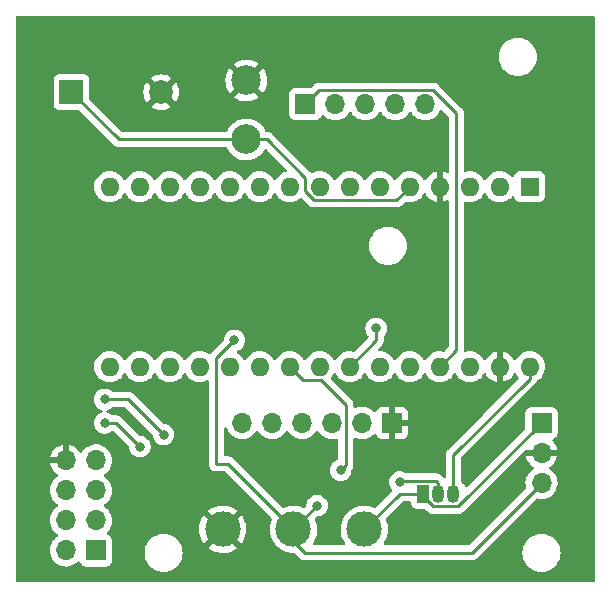
<source format=gbr>
%TF.GenerationSoftware,KiCad,Pcbnew,(6.0.6-0)*%
%TF.CreationDate,2022-07-04T00:10:09+08:00*%
%TF.ProjectId,test,74657374-2e6b-4696-9361-645f70636258,rev?*%
%TF.SameCoordinates,Original*%
%TF.FileFunction,Copper,L1,Top*%
%TF.FilePolarity,Positive*%
%FSLAX46Y46*%
G04 Gerber Fmt 4.6, Leading zero omitted, Abs format (unit mm)*
G04 Created by KiCad (PCBNEW (6.0.6-0)) date 2022-07-04 00:10:09*
%MOMM*%
%LPD*%
G01*
G04 APERTURE LIST*
%TA.AperFunction,SMDPad,CuDef*%
%ADD10C,2.500000*%
%TD*%
%TA.AperFunction,ComponentPad*%
%ADD11R,1.050000X1.500000*%
%TD*%
%TA.AperFunction,ComponentPad*%
%ADD12O,1.050000X1.500000*%
%TD*%
%TA.AperFunction,ComponentPad*%
%ADD13R,1.700000X1.700000*%
%TD*%
%TA.AperFunction,ComponentPad*%
%ADD14O,1.700000X1.700000*%
%TD*%
%TA.AperFunction,ComponentPad*%
%ADD15R,1.600000X1.600000*%
%TD*%
%TA.AperFunction,ComponentPad*%
%ADD16O,1.600000X1.600000*%
%TD*%
%TA.AperFunction,ComponentPad*%
%ADD17R,2.000000X2.000000*%
%TD*%
%TA.AperFunction,ComponentPad*%
%ADD18C,2.000000*%
%TD*%
%TA.AperFunction,SMDPad,CuDef*%
%ADD19C,3.000000*%
%TD*%
%TA.AperFunction,ViaPad*%
%ADD20C,0.800000*%
%TD*%
%TA.AperFunction,Conductor*%
%ADD21C,0.250000*%
%TD*%
G04 APERTURE END LIST*
D10*
%TO.P,H1_Vib+,1,1*%
%TO.N,Net-(Arduino1-Pad5)*%
X142000000Y-91000000D03*
%TD*%
D11*
%TO.P,Q1,1,E*%
%TO.N,Net-(H3-Pad1)*%
X157000000Y-121000000D03*
D12*
%TO.P,Q1,2,B*%
%TO.N,Net-(Q1-Pad2)*%
X158270000Y-121000000D03*
%TO.P,Q1,3,C*%
%TO.N,Net-(Arduino1-Pad30)*%
X159540000Y-121000000D03*
%TD*%
D13*
%TO.P,J1_PWR,1,Power*%
%TO.N,Net-(H3-Pad1)*%
X167000000Y-115000000D03*
D14*
%TO.P,J1_PWR,2,Ground*%
%TO.N,Earth*%
X167000000Y-117540000D03*
%TO.P,J1_PWR,3,Charging_Signal*%
%TO.N,SIG*%
X167000000Y-120080000D03*
%TD*%
D13*
%TO.P,J2_2.4G,1,EMPTY*%
%TO.N,unconnected-(J2-Pad1)*%
X129275000Y-125800000D03*
D14*
%TO.P,J2_2.4G,2,MISO*%
%TO.N,Net-(Arduino1-Pad15)*%
X126735000Y-125800000D03*
%TO.P,J2_2.4G,3,MOSI*%
%TO.N,Net-(Arduino1-Pad14)*%
X129275000Y-123260000D03*
%TO.P,J2_2.4G,4,SCLK*%
%TO.N,Net-(Arduino1-Pad16)*%
X126735000Y-123260000D03*
%TO.P,J2_2.4G,5,CSN*%
%TO.N,Net-(Arduino1-Pad11)*%
X129275000Y-120720000D03*
%TO.P,J2_2.4G,6,CE*%
%TO.N,Net-(Arduino1-Pad10)*%
X126735000Y-120720000D03*
%TO.P,J2_2.4G,7,VCC*%
%TO.N,Net-(Arduino1-Pad17)*%
X129275000Y-118180000D03*
%TO.P,J2_2.4G,8,GND*%
%TO.N,Earth*%
X126735000Y-118180000D03*
%TD*%
D15*
%TO.P,Arduino1,1,TX*%
%TO.N,unconnected-(Arduino1-Pad1)*%
X166000000Y-95000000D03*
D16*
%TO.P,Arduino1,2,RX*%
%TO.N,unconnected-(Arduino1-Pad2)*%
X163460000Y-95000000D03*
%TO.P,Arduino1,3,RST*%
%TO.N,unconnected-(Arduino1-Pad3)*%
X160920000Y-95000000D03*
%TO.P,Arduino1,4,GND*%
%TO.N,Earth*%
X158380000Y-95000000D03*
%TO.P,Arduino1,5,D2*%
%TO.N,Net-(Arduino1-Pad5)*%
X155840000Y-95000000D03*
%TO.P,Arduino1,6,D3*%
%TO.N,Net-(Arduino1-Pad6)*%
X153300000Y-95000000D03*
%TO.P,Arduino1,7,D4*%
%TO.N,Net-(Arduino1-Pad7)*%
X150760000Y-95000000D03*
%TO.P,Arduino1,8,D5*%
%TO.N,Net-(Arduino1-Pad8)*%
X148220000Y-95000000D03*
%TO.P,Arduino1,9,D6*%
%TO.N,Net-(Arduino1-Pad9)*%
X145680000Y-95000000D03*
%TO.P,Arduino1,10,D7*%
%TO.N,Net-(Arduino1-Pad10)*%
X143140000Y-95000000D03*
%TO.P,Arduino1,11,D8*%
%TO.N,Net-(Arduino1-Pad11)*%
X140600000Y-95000000D03*
%TO.P,Arduino1,12,D9*%
%TO.N,unconnected-(Arduino1-Pad12)*%
X138060000Y-95000000D03*
%TO.P,Arduino1,13,D10(~{SS})*%
%TO.N,unconnected-(Arduino1-Pad13)*%
X135520000Y-95000000D03*
%TO.P,Arduino1,14,D11(MOSI)*%
%TO.N,Net-(Arduino1-Pad14)*%
X132980000Y-95000000D03*
%TO.P,Arduino1,15,D12(MISO)*%
%TO.N,Net-(Arduino1-Pad15)*%
X130440000Y-95000000D03*
%TO.P,Arduino1,16,D13*%
%TO.N,Net-(Arduino1-Pad16)*%
X130440000Y-110240000D03*
%TO.P,Arduino1,17,3V3*%
%TO.N,Net-(Arduino1-Pad17)*%
X132980000Y-110240000D03*
%TO.P,Arduino1,18,REF*%
%TO.N,unconnected-(Arduino1-Pad18)*%
X135520000Y-110240000D03*
%TO.P,Arduino1,19,A0*%
%TO.N,Net-(Arduino1-Pad19)*%
X138060000Y-110240000D03*
%TO.P,Arduino1,20,A1*%
%TO.N,Net-(Arduino1-Pad20)*%
X140600000Y-110240000D03*
%TO.P,Arduino1,21,A2*%
%TO.N,Net-(Arduino1-Pad21)*%
X143140000Y-110240000D03*
%TO.P,Arduino1,22,A3*%
%TO.N,Net-(Arduino1-Pad22)*%
X145680000Y-110240000D03*
%TO.P,Arduino1,23,A4*%
%TO.N,SIG*%
X148220000Y-110240000D03*
%TO.P,Arduino1,24,A5*%
%TO.N,Net-(Arduino1-Pad24)*%
X150760000Y-110240000D03*
%TO.P,Arduino1,25,A6*%
%TO.N,unconnected-(Arduino1-Pad25)*%
X153300000Y-110240000D03*
%TO.P,Arduino1,26,A7*%
%TO.N,unconnected-(Arduino1-Pad26)*%
X155840000Y-110240000D03*
%TO.P,Arduino1,27,5V*%
%TO.N,5V*%
X158380000Y-110240000D03*
%TO.P,Arduino1,28,RST*%
%TO.N,unconnected-(Arduino1-Pad28)*%
X160920000Y-110240000D03*
%TO.P,Arduino1,29,GND*%
%TO.N,Earth*%
X163460000Y-110240000D03*
%TO.P,Arduino1,30,VIN*%
%TO.N,Net-(Arduino1-Pad30)*%
X166000000Y-110240000D03*
%TD*%
D17*
%TO.P,BZ1,1,-*%
%TO.N,Net-(Arduino1-Pad5)*%
X127200000Y-87000000D03*
D18*
%TO.P,BZ1,2,+*%
%TO.N,Earth*%
X134800000Y-87000000D03*
%TD*%
D19*
%TO.P,H4_SIG,1,1*%
%TO.N,SIG*%
X146000000Y-124000000D03*
%TD*%
D13*
%TO.P,J3_LED,1,Pin_1*%
%TO.N,Earth*%
X154350000Y-115000000D03*
D14*
%TO.P,J3_LED,2,Pin_2*%
%TO.N,Net-(J3-Pad2)*%
X151810000Y-115000000D03*
%TO.P,J3_LED,3,Pin_3*%
%TO.N,Net-(J3-Pad3)*%
X149270000Y-115000000D03*
%TO.P,J3_LED,4,Pin_4*%
%TO.N,Net-(J3-Pad4)*%
X146730000Y-115000000D03*
%TO.P,J3_LED,5,Pin_5*%
%TO.N,Net-(J3-Pad5)*%
X144190000Y-115000000D03*
%TO.P,J3_LED,6,Pin_6*%
%TO.N,Net-(J3-Pad6)*%
X141650000Y-115000000D03*
%TD*%
D19*
%TO.P,H3_BAT,1,1*%
%TO.N,Net-(H3-Pad1)*%
X152000000Y-124000000D03*
%TD*%
D10*
%TO.P,H2_Vib-,1,1*%
%TO.N,Earth*%
X142000000Y-86000000D03*
%TD*%
D13*
%TO.P,J5_BUTTON,1,Pin_1*%
%TO.N,5V*%
X147000000Y-88000000D03*
D14*
%TO.P,J5_BUTTON,2,Pin_2*%
%TO.N,Net-(Arduino1-Pad9)*%
X149540000Y-88000000D03*
%TO.P,J5_BUTTON,3,Pin_3*%
%TO.N,Net-(Arduino1-Pad8)*%
X152080000Y-88000000D03*
%TO.P,J5_BUTTON,4,Pin_4*%
%TO.N,Net-(Arduino1-Pad7)*%
X154620000Y-88000000D03*
%TO.P,J5_BUTTON,5,Pin_5*%
%TO.N,Net-(Arduino1-Pad6)*%
X157160000Y-88000000D03*
%TD*%
D19*
%TO.P,H5_GND,1,1*%
%TO.N,Earth*%
X140000000Y-124000000D03*
%TD*%
D20*
%TO.N,Earth*%
X133000000Y-99000000D03*
X132000000Y-122000000D03*
X153000000Y-90000000D03*
X154000000Y-103000000D03*
X142000000Y-103000000D03*
X150000000Y-90000000D03*
X165000000Y-88000000D03*
X157000000Y-90000000D03*
X164000000Y-126000000D03*
X124000000Y-91000000D03*
X170000000Y-127000000D03*
X164000000Y-101000000D03*
X125000000Y-101000000D03*
X137000000Y-122000000D03*
%TO.N,Net-(Arduino1-Pad11)*%
X135000000Y-116000000D03*
X130000000Y-113000000D03*
%TO.N,Net-(Arduino1-Pad17)*%
X133000000Y-117000000D03*
X130000000Y-115000000D03*
%TO.N,Net-(Arduino1-Pad22)*%
X150000000Y-119000000D03*
%TO.N,SIG*%
X141000000Y-108000000D03*
X148000000Y-122000000D03*
%TO.N,Net-(Arduino1-Pad24)*%
X153000000Y-107000000D03*
%TO.N,Net-(Q1-Pad2)*%
X155000000Y-120000000D03*
%TD*%
D21*
%TO.N,Net-(Arduino1-Pad5)*%
X147000000Y-95370991D02*
X147754009Y-96125000D01*
X142000000Y-91000000D02*
X143767766Y-91000000D01*
X131200000Y-91000000D02*
X127200000Y-87000000D01*
X143767766Y-91000000D02*
X147000000Y-94232234D01*
X154715000Y-96125000D02*
X155840000Y-95000000D01*
X147754009Y-96125000D02*
X154715000Y-96125000D01*
X147000000Y-94232234D02*
X147000000Y-95370991D01*
X142000000Y-91000000D02*
X131200000Y-91000000D01*
%TO.N,Net-(Arduino1-Pad11)*%
X130000000Y-113000000D02*
X132000000Y-113000000D01*
X132000000Y-113000000D02*
X135000000Y-116000000D01*
%TO.N,Net-(Arduino1-Pad17)*%
X131000000Y-115000000D02*
X133000000Y-117000000D01*
X130000000Y-115000000D02*
X131000000Y-115000000D01*
%TO.N,Net-(Arduino1-Pad22)*%
X148365000Y-111365000D02*
X146805000Y-111365000D01*
X150445000Y-118555000D02*
X150000000Y-119000000D01*
X146805000Y-111365000D02*
X145680000Y-110240000D01*
X150445000Y-113445000D02*
X150445000Y-118555000D01*
X148365000Y-111365000D02*
X150445000Y-113445000D01*
%TO.N,SIG*%
X139475000Y-109525000D02*
X139475000Y-118475000D01*
X139475000Y-118475000D02*
X140475000Y-118475000D01*
X146000000Y-125000000D02*
X146000000Y-124000000D01*
X167000000Y-120080000D02*
X161080000Y-126000000D01*
X140475000Y-118475000D02*
X146000000Y-124000000D01*
X161080000Y-126000000D02*
X147000000Y-126000000D01*
X147000000Y-126000000D02*
X146000000Y-125000000D01*
X148000000Y-122000000D02*
X146000000Y-124000000D01*
X141000000Y-108000000D02*
X139475000Y-109525000D01*
%TO.N,Net-(Arduino1-Pad24)*%
X153000000Y-108000000D02*
X150760000Y-110240000D01*
X153000000Y-107000000D02*
X153000000Y-108000000D01*
%TO.N,5V*%
X159795000Y-88795000D02*
X157825000Y-86825000D01*
X157825000Y-86825000D02*
X148175000Y-86825000D01*
X159795000Y-108825000D02*
X159795000Y-88795000D01*
X148175000Y-86825000D02*
X147000000Y-88000000D01*
X158380000Y-110240000D02*
X159795000Y-108825000D01*
%TO.N,Net-(Arduino1-Pad30)*%
X159540000Y-117700000D02*
X159540000Y-121000000D01*
X166000000Y-110240000D02*
X166000000Y-111240000D01*
X166000000Y-111240000D02*
X159540000Y-117700000D01*
%TO.N,Net-(H3-Pad1)*%
X157000000Y-121225000D02*
X157850000Y-122075000D01*
X157000000Y-121000000D02*
X157000000Y-121225000D01*
X159925000Y-122075000D02*
X167000000Y-115000000D01*
X157850000Y-122075000D02*
X159925000Y-122075000D01*
X152000000Y-124000000D02*
X155000000Y-121000000D01*
X155000000Y-121000000D02*
X157000000Y-121000000D01*
%TO.N,Net-(Q1-Pad2)*%
X158270000Y-120092109D02*
X158270000Y-121000000D01*
X155000000Y-120000000D02*
X155088946Y-119911054D01*
X155088946Y-119911054D02*
X158088945Y-119911054D01*
X158088945Y-119911054D02*
X158270000Y-120092109D01*
%TD*%
%TA.AperFunction,Conductor*%
%TO.N,Earth*%
G36*
X171433621Y-80528502D02*
G01*
X171480114Y-80582158D01*
X171491500Y-80634500D01*
X171491500Y-128365500D01*
X171471498Y-128433621D01*
X171417842Y-128480114D01*
X171365500Y-128491500D01*
X122634500Y-128491500D01*
X122566379Y-128471498D01*
X122519886Y-128417842D01*
X122508500Y-128365500D01*
X122508500Y-125766695D01*
X125372251Y-125766695D01*
X125372548Y-125771848D01*
X125372548Y-125771851D01*
X125379227Y-125887680D01*
X125385110Y-125989715D01*
X125386247Y-125994761D01*
X125386248Y-125994767D01*
X125389779Y-126010434D01*
X125434222Y-126207639D01*
X125518266Y-126414616D01*
X125562204Y-126486317D01*
X125631093Y-126598733D01*
X125634987Y-126605088D01*
X125638367Y-126608990D01*
X125641997Y-126613181D01*
X125781250Y-126773938D01*
X125953126Y-126916632D01*
X126146000Y-127029338D01*
X126354692Y-127109030D01*
X126359760Y-127110061D01*
X126359763Y-127110062D01*
X126467017Y-127131883D01*
X126573597Y-127153567D01*
X126578772Y-127153757D01*
X126578774Y-127153757D01*
X126791673Y-127161564D01*
X126791677Y-127161564D01*
X126796837Y-127161753D01*
X126801957Y-127161097D01*
X126801959Y-127161097D01*
X127013288Y-127134025D01*
X127013289Y-127134025D01*
X127018416Y-127133368D01*
X127023366Y-127131883D01*
X127227429Y-127070661D01*
X127227434Y-127070659D01*
X127232384Y-127069174D01*
X127432994Y-126970896D01*
X127614860Y-126841173D01*
X127723091Y-126733319D01*
X127785462Y-126699404D01*
X127856268Y-126704592D01*
X127913030Y-126747238D01*
X127930012Y-126778341D01*
X127974385Y-126896705D01*
X128061739Y-127013261D01*
X128178295Y-127100615D01*
X128314684Y-127151745D01*
X128376866Y-127158500D01*
X130173134Y-127158500D01*
X130235316Y-127151745D01*
X130371705Y-127100615D01*
X130488261Y-127013261D01*
X130575615Y-126896705D01*
X130626745Y-126760316D01*
X130633500Y-126698134D01*
X130633500Y-126000000D01*
X133386526Y-126000000D01*
X133406391Y-126252403D01*
X133465495Y-126498591D01*
X133467388Y-126503162D01*
X133467389Y-126503164D01*
X133522818Y-126636980D01*
X133562384Y-126732502D01*
X133694672Y-126948376D01*
X133859102Y-127140898D01*
X134051624Y-127305328D01*
X134267498Y-127437616D01*
X134272068Y-127439509D01*
X134272072Y-127439511D01*
X134496836Y-127532611D01*
X134501409Y-127534505D01*
X134586032Y-127554821D01*
X134742784Y-127592454D01*
X134742790Y-127592455D01*
X134747597Y-127593609D01*
X134847416Y-127601465D01*
X134934345Y-127608307D01*
X134934352Y-127608307D01*
X134936801Y-127608500D01*
X135063199Y-127608500D01*
X135065648Y-127608307D01*
X135065655Y-127608307D01*
X135152584Y-127601465D01*
X135252403Y-127593609D01*
X135257210Y-127592455D01*
X135257216Y-127592454D01*
X135413968Y-127554821D01*
X135498591Y-127534505D01*
X135503164Y-127532611D01*
X135727928Y-127439511D01*
X135727932Y-127439509D01*
X135732502Y-127437616D01*
X135948376Y-127305328D01*
X136140898Y-127140898D01*
X136305328Y-126948376D01*
X136437616Y-126732502D01*
X136477183Y-126636980D01*
X136532611Y-126503164D01*
X136532612Y-126503162D01*
X136534505Y-126498591D01*
X136593609Y-126252403D01*
X136613474Y-126000000D01*
X136593609Y-125747597D01*
X136573062Y-125662009D01*
X136555691Y-125589654D01*
X138775618Y-125589654D01*
X138782673Y-125599627D01*
X138813679Y-125625551D01*
X138820598Y-125630579D01*
X139045272Y-125771515D01*
X139052807Y-125775556D01*
X139294520Y-125884694D01*
X139302551Y-125887680D01*
X139556832Y-125963002D01*
X139565184Y-125964869D01*
X139827340Y-126004984D01*
X139835874Y-126005700D01*
X140101045Y-126009867D01*
X140109596Y-126009418D01*
X140372883Y-125977557D01*
X140381284Y-125975955D01*
X140637824Y-125908653D01*
X140645926Y-125905926D01*
X140890949Y-125804434D01*
X140898617Y-125800628D01*
X141127598Y-125666822D01*
X141134679Y-125662009D01*
X141214655Y-125599301D01*
X141223125Y-125587442D01*
X141216608Y-125575818D01*
X140012812Y-124372022D01*
X139998868Y-124364408D01*
X139997035Y-124364539D01*
X139990420Y-124368790D01*
X138782910Y-125576300D01*
X138775618Y-125589654D01*
X136555691Y-125589654D01*
X136535660Y-125506221D01*
X136534505Y-125501409D01*
X136478624Y-125366500D01*
X136439511Y-125272072D01*
X136439509Y-125272068D01*
X136437616Y-125267498D01*
X136429139Y-125253664D01*
X136375361Y-125165907D01*
X136305328Y-125051624D01*
X136140898Y-124859102D01*
X135948376Y-124694672D01*
X135732502Y-124562384D01*
X135727932Y-124560491D01*
X135727928Y-124560489D01*
X135503164Y-124467389D01*
X135503162Y-124467388D01*
X135498591Y-124465495D01*
X135398644Y-124441500D01*
X135257216Y-124407546D01*
X135257210Y-124407545D01*
X135252403Y-124406391D01*
X135152584Y-124398535D01*
X135065655Y-124391693D01*
X135065648Y-124391693D01*
X135063199Y-124391500D01*
X134936801Y-124391500D01*
X134934352Y-124391693D01*
X134934345Y-124391693D01*
X134847416Y-124398535D01*
X134747597Y-124406391D01*
X134742790Y-124407545D01*
X134742784Y-124407546D01*
X134601356Y-124441500D01*
X134501409Y-124465495D01*
X134496838Y-124467388D01*
X134496836Y-124467389D01*
X134272072Y-124560489D01*
X134272068Y-124560491D01*
X134267498Y-124562384D01*
X134051624Y-124694672D01*
X133859102Y-124859102D01*
X133694672Y-125051624D01*
X133624639Y-125165907D01*
X133570862Y-125253664D01*
X133562384Y-125267498D01*
X133560491Y-125272068D01*
X133560489Y-125272072D01*
X133521376Y-125366500D01*
X133465495Y-125501409D01*
X133464340Y-125506221D01*
X133426939Y-125662009D01*
X133406391Y-125747597D01*
X133386526Y-126000000D01*
X130633500Y-126000000D01*
X130633500Y-124901866D01*
X130626745Y-124839684D01*
X130575615Y-124703295D01*
X130488261Y-124586739D01*
X130371705Y-124499385D01*
X130344905Y-124489338D01*
X130253203Y-124454960D01*
X130196439Y-124412318D01*
X130171739Y-124345756D01*
X130186947Y-124276408D01*
X130208493Y-124247727D01*
X130309435Y-124147137D01*
X130313096Y-124143489D01*
X130372594Y-124060689D01*
X130428272Y-123983204D01*
X137987665Y-123983204D01*
X138002932Y-124247969D01*
X138004005Y-124256470D01*
X138055065Y-124516722D01*
X138057276Y-124524974D01*
X138143184Y-124775894D01*
X138146499Y-124783779D01*
X138265664Y-125020713D01*
X138270020Y-125028079D01*
X138399347Y-125216250D01*
X138409601Y-125224594D01*
X138423342Y-125217448D01*
X139627978Y-124012812D01*
X139634356Y-124001132D01*
X140364408Y-124001132D01*
X140364539Y-124002965D01*
X140368790Y-124009580D01*
X141575730Y-125216520D01*
X141587939Y-125223187D01*
X141599439Y-125214497D01*
X141696831Y-125081913D01*
X141701418Y-125074685D01*
X141827962Y-124841621D01*
X141831530Y-124833827D01*
X141925271Y-124585750D01*
X141927748Y-124577544D01*
X141986954Y-124319038D01*
X141988294Y-124310577D01*
X142012031Y-124044616D01*
X142012277Y-124039677D01*
X142012666Y-124002485D01*
X142012523Y-123997519D01*
X141994362Y-123731123D01*
X141993201Y-123722649D01*
X141939419Y-123462944D01*
X141937120Y-123454709D01*
X141848588Y-123204705D01*
X141845191Y-123196854D01*
X141723550Y-122961178D01*
X141719122Y-122953866D01*
X141600031Y-122784417D01*
X141589509Y-122776037D01*
X141576121Y-122783089D01*
X140372022Y-123987188D01*
X140364408Y-124001132D01*
X139634356Y-124001132D01*
X139635592Y-123998868D01*
X139635461Y-123997035D01*
X139631210Y-123990420D01*
X138423814Y-122783024D01*
X138411804Y-122776466D01*
X138400064Y-122785434D01*
X138291935Y-122935911D01*
X138287418Y-122943196D01*
X138163325Y-123177567D01*
X138159839Y-123185395D01*
X138068700Y-123434446D01*
X138066311Y-123442670D01*
X138009812Y-123701795D01*
X138008563Y-123710250D01*
X137987754Y-123974653D01*
X137987665Y-123983204D01*
X130428272Y-123983204D01*
X130440435Y-123966277D01*
X130443453Y-123962077D01*
X130464320Y-123919857D01*
X130540136Y-123766453D01*
X130540137Y-123766451D01*
X130542430Y-123761811D01*
X130607370Y-123548069D01*
X130636529Y-123326590D01*
X130638156Y-123260000D01*
X130619852Y-123037361D01*
X130565431Y-122820702D01*
X130476354Y-122615840D01*
X130413119Y-122518094D01*
X130357822Y-122432617D01*
X130357820Y-122432614D01*
X130355014Y-122428277D01*
X130340658Y-122412500D01*
X138776584Y-122412500D01*
X138782980Y-122423770D01*
X139987188Y-123627978D01*
X140001132Y-123635592D01*
X140002965Y-123635461D01*
X140009580Y-123631210D01*
X141216604Y-122424186D01*
X141223795Y-122411017D01*
X141216473Y-122400780D01*
X141169233Y-122362115D01*
X141162261Y-122357160D01*
X140936122Y-122218582D01*
X140928552Y-122214624D01*
X140685704Y-122108022D01*
X140677644Y-122105120D01*
X140422592Y-122032467D01*
X140414214Y-122030685D01*
X140151656Y-121993318D01*
X140143111Y-121992691D01*
X139877908Y-121991302D01*
X139869374Y-121991839D01*
X139606433Y-122026456D01*
X139598035Y-122028149D01*
X139342238Y-122098127D01*
X139334143Y-122100946D01*
X139090199Y-122204997D01*
X139082577Y-122208881D01*
X138855013Y-122345075D01*
X138847981Y-122349962D01*
X138785053Y-122400377D01*
X138776584Y-122412500D01*
X130340658Y-122412500D01*
X130204670Y-122263051D01*
X130200619Y-122259852D01*
X130200615Y-122259848D01*
X130033414Y-122127800D01*
X130033410Y-122127798D01*
X130029359Y-122124598D01*
X129988053Y-122101796D01*
X129938084Y-122051364D01*
X129923312Y-121981921D01*
X129948428Y-121915516D01*
X129975780Y-121888909D01*
X130026880Y-121852460D01*
X130154860Y-121761173D01*
X130313096Y-121603489D01*
X130372594Y-121520689D01*
X130440435Y-121426277D01*
X130443453Y-121422077D01*
X130447758Y-121413368D01*
X130540136Y-121226453D01*
X130540137Y-121226451D01*
X130542430Y-121221811D01*
X130607370Y-121008069D01*
X130636529Y-120786590D01*
X130638156Y-120720000D01*
X130619852Y-120497361D01*
X130565431Y-120280702D01*
X130476354Y-120075840D01*
X130386319Y-119936667D01*
X130357822Y-119892617D01*
X130357820Y-119892614D01*
X130355014Y-119888277D01*
X130204670Y-119723051D01*
X130200619Y-119719852D01*
X130200615Y-119719848D01*
X130033414Y-119587800D01*
X130033410Y-119587798D01*
X130029359Y-119584598D01*
X129988053Y-119561796D01*
X129938084Y-119511364D01*
X129923312Y-119441921D01*
X129948428Y-119375516D01*
X129975780Y-119348909D01*
X130030532Y-119309855D01*
X130154860Y-119221173D01*
X130163300Y-119212763D01*
X130265688Y-119110732D01*
X130313096Y-119063489D01*
X130370161Y-118984075D01*
X130440267Y-118886511D01*
X130443453Y-118882077D01*
X130456995Y-118854678D01*
X130540136Y-118686453D01*
X130540137Y-118686451D01*
X130542430Y-118681811D01*
X130591841Y-118519181D01*
X130605865Y-118473023D01*
X130605865Y-118473021D01*
X130607370Y-118468069D01*
X130636529Y-118246590D01*
X130636759Y-118237183D01*
X130638074Y-118183365D01*
X130638074Y-118183361D01*
X130638156Y-118180000D01*
X130619852Y-117957361D01*
X130565431Y-117740702D01*
X130476354Y-117535840D01*
X130425996Y-117457999D01*
X130357822Y-117352617D01*
X130357820Y-117352614D01*
X130355014Y-117348277D01*
X130204670Y-117183051D01*
X130200619Y-117179852D01*
X130200615Y-117179848D01*
X130033414Y-117047800D01*
X130033410Y-117047798D01*
X130029359Y-117044598D01*
X129993028Y-117024542D01*
X129960462Y-117006565D01*
X129833789Y-116936638D01*
X129828920Y-116934914D01*
X129828916Y-116934912D01*
X129628087Y-116863795D01*
X129628083Y-116863794D01*
X129623212Y-116862069D01*
X129618119Y-116861162D01*
X129618116Y-116861161D01*
X129408373Y-116823800D01*
X129408367Y-116823799D01*
X129403284Y-116822894D01*
X129329452Y-116821992D01*
X129185081Y-116820228D01*
X129185079Y-116820228D01*
X129179911Y-116820165D01*
X128959091Y-116853955D01*
X128746756Y-116923357D01*
X128548607Y-117026507D01*
X128544474Y-117029610D01*
X128544471Y-117029612D01*
X128374100Y-117157530D01*
X128369965Y-117160635D01*
X128215629Y-117322138D01*
X128212715Y-117326410D01*
X128212714Y-117326411D01*
X128107898Y-117480066D01*
X128052987Y-117525069D01*
X127982462Y-117533240D01*
X127918715Y-117501986D01*
X127898018Y-117477502D01*
X127817426Y-117352926D01*
X127811136Y-117344757D01*
X127667806Y-117187240D01*
X127660273Y-117180215D01*
X127493139Y-117048222D01*
X127484552Y-117042517D01*
X127298117Y-116939599D01*
X127288705Y-116935369D01*
X127087959Y-116864280D01*
X127077988Y-116861646D01*
X127006837Y-116848972D01*
X126993540Y-116850432D01*
X126989000Y-116864989D01*
X126989000Y-118308000D01*
X126968998Y-118376121D01*
X126915342Y-118422614D01*
X126863000Y-118434000D01*
X125418225Y-118434000D01*
X125404694Y-118437973D01*
X125403257Y-118447966D01*
X125433565Y-118582446D01*
X125436645Y-118592275D01*
X125516770Y-118789603D01*
X125521413Y-118798794D01*
X125632694Y-118980388D01*
X125638777Y-118988699D01*
X125778213Y-119149667D01*
X125785580Y-119156883D01*
X125949434Y-119292916D01*
X125957881Y-119298831D01*
X126026969Y-119339203D01*
X126075693Y-119390842D01*
X126088764Y-119460625D01*
X126062033Y-119526396D01*
X126021584Y-119559752D01*
X126008607Y-119566507D01*
X126004474Y-119569610D01*
X126004471Y-119569612D01*
X125834100Y-119697530D01*
X125829965Y-119700635D01*
X125826393Y-119704373D01*
X125740932Y-119793803D01*
X125675629Y-119862138D01*
X125672720Y-119866403D01*
X125672714Y-119866411D01*
X125609444Y-119959161D01*
X125549743Y-120046680D01*
X125504922Y-120143240D01*
X125480336Y-120196206D01*
X125455688Y-120249305D01*
X125395989Y-120464570D01*
X125372251Y-120686695D01*
X125372548Y-120691848D01*
X125372548Y-120691851D01*
X125377993Y-120786277D01*
X125385110Y-120909715D01*
X125386247Y-120914761D01*
X125386248Y-120914767D01*
X125398051Y-120967137D01*
X125434222Y-121127639D01*
X125472461Y-121221811D01*
X125512792Y-121321134D01*
X125518266Y-121334616D01*
X125565615Y-121411883D01*
X125632291Y-121520688D01*
X125634987Y-121525088D01*
X125781250Y-121693938D01*
X125953126Y-121836632D01*
X126023595Y-121877811D01*
X126026445Y-121879476D01*
X126075169Y-121931114D01*
X126088240Y-122000897D01*
X126061509Y-122066669D01*
X126021055Y-122100027D01*
X126008607Y-122106507D01*
X126004474Y-122109610D01*
X126004471Y-122109612D01*
X125834100Y-122237530D01*
X125829965Y-122240635D01*
X125675629Y-122402138D01*
X125672720Y-122406403D01*
X125672714Y-122406411D01*
X125625226Y-122476026D01*
X125549743Y-122586680D01*
X125508742Y-122675010D01*
X125458604Y-122783024D01*
X125455688Y-122789305D01*
X125395989Y-123004570D01*
X125372251Y-123226695D01*
X125372548Y-123231848D01*
X125372548Y-123231851D01*
X125378011Y-123326590D01*
X125385110Y-123449715D01*
X125386247Y-123454761D01*
X125386248Y-123454767D01*
X125388091Y-123462944D01*
X125434222Y-123667639D01*
X125518266Y-123874616D01*
X125569019Y-123957438D01*
X125632291Y-124060688D01*
X125634987Y-124065088D01*
X125781250Y-124233938D01*
X125953126Y-124376632D01*
X125978570Y-124391500D01*
X126026445Y-124419476D01*
X126075169Y-124471114D01*
X126088240Y-124540897D01*
X126061509Y-124606669D01*
X126021055Y-124640027D01*
X126008607Y-124646507D01*
X126004474Y-124649610D01*
X126004471Y-124649612D01*
X125836279Y-124775894D01*
X125829965Y-124780635D01*
X125778934Y-124834036D01*
X125736280Y-124878671D01*
X125675629Y-124942138D01*
X125549743Y-125126680D01*
X125547564Y-125131375D01*
X125466827Y-125305309D01*
X125455688Y-125329305D01*
X125395989Y-125544570D01*
X125372251Y-125766695D01*
X122508500Y-125766695D01*
X122508500Y-117914183D01*
X125399389Y-117914183D01*
X125400912Y-117922607D01*
X125413292Y-117926000D01*
X126462885Y-117926000D01*
X126478124Y-117921525D01*
X126479329Y-117920135D01*
X126481000Y-117912452D01*
X126481000Y-116863102D01*
X126477082Y-116849758D01*
X126462806Y-116847771D01*
X126424324Y-116853660D01*
X126414288Y-116856051D01*
X126211868Y-116922212D01*
X126202359Y-116926209D01*
X126013463Y-117024542D01*
X126004738Y-117030036D01*
X125834433Y-117157905D01*
X125826726Y-117164748D01*
X125679590Y-117318717D01*
X125673104Y-117326727D01*
X125553098Y-117502649D01*
X125548000Y-117511623D01*
X125458338Y-117704783D01*
X125454775Y-117714470D01*
X125399389Y-117914183D01*
X122508500Y-117914183D01*
X122508500Y-115000000D01*
X129086496Y-115000000D01*
X129106458Y-115189928D01*
X129165473Y-115371556D01*
X129168776Y-115377278D01*
X129168777Y-115377279D01*
X129187903Y-115410406D01*
X129260960Y-115536944D01*
X129265378Y-115541851D01*
X129265379Y-115541852D01*
X129367328Y-115655078D01*
X129388747Y-115678866D01*
X129543248Y-115791118D01*
X129549276Y-115793802D01*
X129549278Y-115793803D01*
X129600560Y-115816635D01*
X129717712Y-115868794D01*
X129804009Y-115887137D01*
X129898056Y-115907128D01*
X129898061Y-115907128D01*
X129904513Y-115908500D01*
X130095487Y-115908500D01*
X130101939Y-115907128D01*
X130101944Y-115907128D01*
X130195991Y-115887137D01*
X130282288Y-115868794D01*
X130399440Y-115816635D01*
X130450722Y-115793803D01*
X130450724Y-115793802D01*
X130456752Y-115791118D01*
X130611253Y-115678866D01*
X130613399Y-115676483D01*
X130676274Y-115646312D01*
X130746727Y-115655078D01*
X130785667Y-115681571D01*
X131421346Y-116317251D01*
X132052878Y-116948783D01*
X132086904Y-117011095D01*
X132089093Y-117024708D01*
X132105399Y-117179848D01*
X132106458Y-117189928D01*
X132165473Y-117371556D01*
X132260960Y-117536944D01*
X132265378Y-117541851D01*
X132265379Y-117541852D01*
X132362884Y-117650142D01*
X132388747Y-117678866D01*
X132543248Y-117791118D01*
X132549276Y-117793802D01*
X132549278Y-117793803D01*
X132709116Y-117864967D01*
X132717712Y-117868794D01*
X132811112Y-117888647D01*
X132898056Y-117907128D01*
X132898061Y-117907128D01*
X132904513Y-117908500D01*
X133095487Y-117908500D01*
X133101939Y-117907128D01*
X133101944Y-117907128D01*
X133188888Y-117888647D01*
X133282288Y-117868794D01*
X133290884Y-117864967D01*
X133450722Y-117793803D01*
X133450724Y-117793802D01*
X133456752Y-117791118D01*
X133611253Y-117678866D01*
X133637116Y-117650142D01*
X133734621Y-117541852D01*
X133734622Y-117541851D01*
X133739040Y-117536944D01*
X133834527Y-117371556D01*
X133893542Y-117189928D01*
X133894602Y-117179848D01*
X133912814Y-117006565D01*
X133913504Y-117000000D01*
X133907107Y-116939137D01*
X133894232Y-116816635D01*
X133894232Y-116816633D01*
X133893542Y-116810072D01*
X133834527Y-116628444D01*
X133739040Y-116463056D01*
X133705036Y-116425290D01*
X133615675Y-116326045D01*
X133615674Y-116326044D01*
X133611253Y-116321134D01*
X133499860Y-116240202D01*
X133462094Y-116212763D01*
X133462093Y-116212762D01*
X133456752Y-116208882D01*
X133450724Y-116206198D01*
X133450722Y-116206197D01*
X133288319Y-116133891D01*
X133288318Y-116133891D01*
X133282288Y-116131206D01*
X133188887Y-116111353D01*
X133101944Y-116092872D01*
X133101939Y-116092872D01*
X133095487Y-116091500D01*
X133039594Y-116091500D01*
X132971473Y-116071498D01*
X132950499Y-116054595D01*
X132241311Y-115345406D01*
X131503652Y-114607747D01*
X131496112Y-114599461D01*
X131492000Y-114592982D01*
X131442348Y-114546356D01*
X131439507Y-114543602D01*
X131419770Y-114523865D01*
X131416573Y-114521385D01*
X131407551Y-114513680D01*
X131375321Y-114483414D01*
X131368375Y-114479595D01*
X131368372Y-114479593D01*
X131357566Y-114473652D01*
X131341047Y-114462801D01*
X131335048Y-114458148D01*
X131325041Y-114450386D01*
X131317772Y-114447241D01*
X131317768Y-114447238D01*
X131284463Y-114432826D01*
X131273813Y-114427609D01*
X131235060Y-114406305D01*
X131215437Y-114401267D01*
X131196734Y-114394863D01*
X131185420Y-114389967D01*
X131185419Y-114389967D01*
X131178145Y-114386819D01*
X131170322Y-114385580D01*
X131170312Y-114385577D01*
X131134476Y-114379901D01*
X131122856Y-114377495D01*
X131087711Y-114368472D01*
X131087710Y-114368472D01*
X131080030Y-114366500D01*
X131059776Y-114366500D01*
X131040065Y-114364949D01*
X131027886Y-114363020D01*
X131020057Y-114361780D01*
X131012165Y-114362526D01*
X130976039Y-114365941D01*
X130964181Y-114366500D01*
X130708200Y-114366500D01*
X130640079Y-114346498D01*
X130620853Y-114330157D01*
X130620580Y-114330460D01*
X130615668Y-114326037D01*
X130611253Y-114321134D01*
X130456752Y-114208882D01*
X130450724Y-114206198D01*
X130450722Y-114206197D01*
X130288319Y-114133891D01*
X130288318Y-114133891D01*
X130282288Y-114131206D01*
X130244844Y-114123247D01*
X130182371Y-114089518D01*
X130148049Y-114027369D01*
X130152777Y-113956530D01*
X130195053Y-113899492D01*
X130244844Y-113876753D01*
X130282288Y-113868794D01*
X130288319Y-113866109D01*
X130450722Y-113793803D01*
X130450724Y-113793802D01*
X130456752Y-113791118D01*
X130470186Y-113781358D01*
X130605281Y-113683205D01*
X130611253Y-113678866D01*
X130615668Y-113673963D01*
X130620580Y-113669540D01*
X130621705Y-113670789D01*
X130675014Y-113637949D01*
X130708200Y-113633500D01*
X131685406Y-113633500D01*
X131753527Y-113653502D01*
X131774501Y-113670405D01*
X134052878Y-115948782D01*
X134086904Y-116011094D01*
X134089092Y-116024703D01*
X134106458Y-116189928D01*
X134165473Y-116371556D01*
X134260960Y-116536944D01*
X134265378Y-116541851D01*
X134265379Y-116541852D01*
X134338194Y-116622721D01*
X134388747Y-116678866D01*
X134543248Y-116791118D01*
X134549276Y-116793802D01*
X134549278Y-116793803D01*
X134711681Y-116866109D01*
X134717712Y-116868794D01*
X134811113Y-116888647D01*
X134898056Y-116907128D01*
X134898061Y-116907128D01*
X134904513Y-116908500D01*
X135095487Y-116908500D01*
X135101939Y-116907128D01*
X135101944Y-116907128D01*
X135188887Y-116888647D01*
X135282288Y-116868794D01*
X135288319Y-116866109D01*
X135450722Y-116793803D01*
X135450724Y-116793802D01*
X135456752Y-116791118D01*
X135611253Y-116678866D01*
X135661806Y-116622721D01*
X135734621Y-116541852D01*
X135734622Y-116541851D01*
X135739040Y-116536944D01*
X135834527Y-116371556D01*
X135893542Y-116189928D01*
X135895543Y-116170896D01*
X135912814Y-116006565D01*
X135913504Y-116000000D01*
X135902798Y-115898134D01*
X135894232Y-115816635D01*
X135894232Y-115816633D01*
X135893542Y-115810072D01*
X135834527Y-115628444D01*
X135826544Y-115614616D01*
X135761415Y-115501811D01*
X135739040Y-115463056D01*
X135689143Y-115407639D01*
X135615675Y-115326045D01*
X135615674Y-115326044D01*
X135611253Y-115321134D01*
X135456752Y-115208882D01*
X135450724Y-115206198D01*
X135450722Y-115206197D01*
X135288319Y-115133891D01*
X135288318Y-115133891D01*
X135282288Y-115131206D01*
X135188888Y-115111353D01*
X135101944Y-115092872D01*
X135101939Y-115092872D01*
X135095487Y-115091500D01*
X135039594Y-115091500D01*
X134971473Y-115071498D01*
X134950499Y-115054595D01*
X133740023Y-113844118D01*
X132503652Y-112607747D01*
X132496112Y-112599461D01*
X132492000Y-112592982D01*
X132442348Y-112546356D01*
X132439507Y-112543602D01*
X132419770Y-112523865D01*
X132416573Y-112521385D01*
X132407551Y-112513680D01*
X132381100Y-112488841D01*
X132375321Y-112483414D01*
X132368375Y-112479595D01*
X132368372Y-112479593D01*
X132357566Y-112473652D01*
X132341047Y-112462801D01*
X132335048Y-112458148D01*
X132325041Y-112450386D01*
X132317772Y-112447241D01*
X132317768Y-112447238D01*
X132284463Y-112432826D01*
X132273813Y-112427609D01*
X132235060Y-112406305D01*
X132215437Y-112401267D01*
X132196734Y-112394863D01*
X132185420Y-112389967D01*
X132185419Y-112389967D01*
X132178145Y-112386819D01*
X132170322Y-112385580D01*
X132170312Y-112385577D01*
X132134476Y-112379901D01*
X132122856Y-112377495D01*
X132087711Y-112368472D01*
X132087710Y-112368472D01*
X132080030Y-112366500D01*
X132059776Y-112366500D01*
X132040065Y-112364949D01*
X132027886Y-112363020D01*
X132020057Y-112361780D01*
X132012165Y-112362526D01*
X131976039Y-112365941D01*
X131964181Y-112366500D01*
X130708200Y-112366500D01*
X130640079Y-112346498D01*
X130620853Y-112330157D01*
X130620580Y-112330460D01*
X130615668Y-112326037D01*
X130611253Y-112321134D01*
X130456752Y-112208882D01*
X130450724Y-112206198D01*
X130450722Y-112206197D01*
X130288319Y-112133891D01*
X130288318Y-112133891D01*
X130282288Y-112131206D01*
X130188888Y-112111353D01*
X130101944Y-112092872D01*
X130101939Y-112092872D01*
X130095487Y-112091500D01*
X129904513Y-112091500D01*
X129898061Y-112092872D01*
X129898056Y-112092872D01*
X129811113Y-112111353D01*
X129717712Y-112131206D01*
X129711682Y-112133891D01*
X129711681Y-112133891D01*
X129549278Y-112206197D01*
X129549276Y-112206198D01*
X129543248Y-112208882D01*
X129388747Y-112321134D01*
X129384326Y-112326044D01*
X129384325Y-112326045D01*
X129275203Y-112447238D01*
X129260960Y-112463056D01*
X129165473Y-112628444D01*
X129106458Y-112810072D01*
X129086496Y-113000000D01*
X129087186Y-113006565D01*
X129104781Y-113173968D01*
X129106458Y-113189928D01*
X129165473Y-113371556D01*
X129260960Y-113536944D01*
X129265378Y-113541851D01*
X129265379Y-113541852D01*
X129361185Y-113648255D01*
X129388747Y-113678866D01*
X129416989Y-113699385D01*
X129529815Y-113781358D01*
X129543248Y-113791118D01*
X129549276Y-113793802D01*
X129549278Y-113793803D01*
X129711681Y-113866109D01*
X129717712Y-113868794D01*
X129755156Y-113876753D01*
X129817629Y-113910482D01*
X129851951Y-113972631D01*
X129847223Y-114043470D01*
X129804947Y-114100508D01*
X129755156Y-114123247D01*
X129717712Y-114131206D01*
X129711682Y-114133891D01*
X129711681Y-114133891D01*
X129549278Y-114206197D01*
X129549276Y-114206198D01*
X129543248Y-114208882D01*
X129388747Y-114321134D01*
X129384326Y-114326044D01*
X129384325Y-114326045D01*
X129275203Y-114447238D01*
X129260960Y-114463056D01*
X129246073Y-114488841D01*
X129171154Y-114618605D01*
X129165473Y-114628444D01*
X129106458Y-114810072D01*
X129086496Y-115000000D01*
X122508500Y-115000000D01*
X122508500Y-110240000D01*
X129126502Y-110240000D01*
X129146457Y-110468087D01*
X129205716Y-110689243D01*
X129208039Y-110694224D01*
X129208039Y-110694225D01*
X129300151Y-110891762D01*
X129300154Y-110891767D01*
X129302477Y-110896749D01*
X129433802Y-111084300D01*
X129595700Y-111246198D01*
X129600208Y-111249355D01*
X129600211Y-111249357D01*
X129617309Y-111261329D01*
X129783251Y-111377523D01*
X129788233Y-111379846D01*
X129788238Y-111379849D01*
X129929745Y-111445834D01*
X129990757Y-111474284D01*
X129996065Y-111475706D01*
X129996067Y-111475707D01*
X130206598Y-111532119D01*
X130206600Y-111532119D01*
X130211913Y-111533543D01*
X130440000Y-111553498D01*
X130668087Y-111533543D01*
X130673400Y-111532119D01*
X130673402Y-111532119D01*
X130883933Y-111475707D01*
X130883935Y-111475706D01*
X130889243Y-111474284D01*
X130950255Y-111445834D01*
X131091762Y-111379849D01*
X131091767Y-111379846D01*
X131096749Y-111377523D01*
X131262691Y-111261329D01*
X131279789Y-111249357D01*
X131279792Y-111249355D01*
X131284300Y-111246198D01*
X131446198Y-111084300D01*
X131577523Y-110896749D01*
X131579846Y-110891767D01*
X131579849Y-110891762D01*
X131595805Y-110857543D01*
X131642722Y-110804258D01*
X131710999Y-110784797D01*
X131778959Y-110805339D01*
X131824195Y-110857543D01*
X131840151Y-110891762D01*
X131840154Y-110891767D01*
X131842477Y-110896749D01*
X131973802Y-111084300D01*
X132135700Y-111246198D01*
X132140208Y-111249355D01*
X132140211Y-111249357D01*
X132157309Y-111261329D01*
X132323251Y-111377523D01*
X132328233Y-111379846D01*
X132328238Y-111379849D01*
X132469745Y-111445834D01*
X132530757Y-111474284D01*
X132536065Y-111475706D01*
X132536067Y-111475707D01*
X132746598Y-111532119D01*
X132746600Y-111532119D01*
X132751913Y-111533543D01*
X132980000Y-111553498D01*
X133208087Y-111533543D01*
X133213400Y-111532119D01*
X133213402Y-111532119D01*
X133423933Y-111475707D01*
X133423935Y-111475706D01*
X133429243Y-111474284D01*
X133490255Y-111445834D01*
X133631762Y-111379849D01*
X133631767Y-111379846D01*
X133636749Y-111377523D01*
X133802691Y-111261329D01*
X133819789Y-111249357D01*
X133819792Y-111249355D01*
X133824300Y-111246198D01*
X133986198Y-111084300D01*
X134117523Y-110896749D01*
X134119846Y-110891767D01*
X134119849Y-110891762D01*
X134135805Y-110857543D01*
X134182722Y-110804258D01*
X134250999Y-110784797D01*
X134318959Y-110805339D01*
X134364195Y-110857543D01*
X134380151Y-110891762D01*
X134380154Y-110891767D01*
X134382477Y-110896749D01*
X134513802Y-111084300D01*
X134675700Y-111246198D01*
X134680208Y-111249355D01*
X134680211Y-111249357D01*
X134697309Y-111261329D01*
X134863251Y-111377523D01*
X134868233Y-111379846D01*
X134868238Y-111379849D01*
X135009745Y-111445834D01*
X135070757Y-111474284D01*
X135076065Y-111475706D01*
X135076067Y-111475707D01*
X135286598Y-111532119D01*
X135286600Y-111532119D01*
X135291913Y-111533543D01*
X135520000Y-111553498D01*
X135748087Y-111533543D01*
X135753400Y-111532119D01*
X135753402Y-111532119D01*
X135963933Y-111475707D01*
X135963935Y-111475706D01*
X135969243Y-111474284D01*
X136030255Y-111445834D01*
X136171762Y-111379849D01*
X136171767Y-111379846D01*
X136176749Y-111377523D01*
X136342691Y-111261329D01*
X136359789Y-111249357D01*
X136359792Y-111249355D01*
X136364300Y-111246198D01*
X136526198Y-111084300D01*
X136657523Y-110896749D01*
X136659846Y-110891767D01*
X136659849Y-110891762D01*
X136675805Y-110857543D01*
X136722722Y-110804258D01*
X136790999Y-110784797D01*
X136858959Y-110805339D01*
X136904195Y-110857543D01*
X136920151Y-110891762D01*
X136920154Y-110891767D01*
X136922477Y-110896749D01*
X137053802Y-111084300D01*
X137215700Y-111246198D01*
X137220208Y-111249355D01*
X137220211Y-111249357D01*
X137237309Y-111261329D01*
X137403251Y-111377523D01*
X137408233Y-111379846D01*
X137408238Y-111379849D01*
X137549745Y-111445834D01*
X137610757Y-111474284D01*
X137616065Y-111475706D01*
X137616067Y-111475707D01*
X137826598Y-111532119D01*
X137826600Y-111532119D01*
X137831913Y-111533543D01*
X138060000Y-111553498D01*
X138288087Y-111533543D01*
X138293400Y-111532119D01*
X138293402Y-111532119D01*
X138503933Y-111475707D01*
X138503935Y-111475706D01*
X138509243Y-111474284D01*
X138662250Y-111402936D01*
X138732442Y-111392275D01*
X138797255Y-111421255D01*
X138836111Y-111480675D01*
X138841500Y-111517131D01*
X138841500Y-118403207D01*
X138839268Y-118426816D01*
X138837725Y-118434906D01*
X138839856Y-118468774D01*
X138841251Y-118490951D01*
X138841500Y-118498862D01*
X138841500Y-118514856D01*
X138843506Y-118530730D01*
X138844248Y-118538590D01*
X138847775Y-118594650D01*
X138850225Y-118602191D01*
X138850321Y-118602487D01*
X138855494Y-118625631D01*
X138855532Y-118625935D01*
X138855533Y-118625940D01*
X138856526Y-118633797D01*
X138859442Y-118641162D01*
X138859443Y-118641166D01*
X138877199Y-118686011D01*
X138879871Y-118693430D01*
X138897236Y-118746875D01*
X138901486Y-118753571D01*
X138901486Y-118753572D01*
X138901650Y-118753831D01*
X138912415Y-118774958D01*
X138912529Y-118775246D01*
X138912532Y-118775251D01*
X138915448Y-118782617D01*
X138920104Y-118789025D01*
X138920107Y-118789031D01*
X138948458Y-118828052D01*
X138952901Y-118834589D01*
X138983000Y-118882018D01*
X138988778Y-118887444D01*
X138988779Y-118887445D01*
X138989007Y-118887659D01*
X139004688Y-118905446D01*
X139009528Y-118912107D01*
X139015637Y-118917161D01*
X139015638Y-118917162D01*
X139052796Y-118947903D01*
X139058730Y-118953134D01*
X139093898Y-118986158D01*
X139093901Y-118986160D01*
X139099679Y-118991586D01*
X139106903Y-118995558D01*
X139126506Y-119008881D01*
X139126746Y-119009080D01*
X139126753Y-119009084D01*
X139132856Y-119014133D01*
X139172400Y-119032741D01*
X139183676Y-119038047D01*
X139190708Y-119041629D01*
X139239940Y-119068695D01*
X139247615Y-119070665D01*
X139247621Y-119070668D01*
X139247919Y-119070744D01*
X139270228Y-119078776D01*
X139270503Y-119078906D01*
X139270511Y-119078909D01*
X139277682Y-119082283D01*
X139332849Y-119092806D01*
X139340558Y-119094529D01*
X139374551Y-119103257D01*
X139387293Y-119106529D01*
X139387294Y-119106529D01*
X139394970Y-119108500D01*
X139403207Y-119108500D01*
X139426816Y-119110732D01*
X139427119Y-119110790D01*
X139427123Y-119110790D01*
X139434906Y-119112275D01*
X139490951Y-119108749D01*
X139498862Y-119108500D01*
X140160406Y-119108500D01*
X140228527Y-119128502D01*
X140249501Y-119145405D01*
X144138168Y-123034073D01*
X144172194Y-123096385D01*
X144167129Y-123167201D01*
X144164176Y-123174424D01*
X144162864Y-123177370D01*
X144160857Y-123181161D01*
X144066743Y-123438337D01*
X144008404Y-123705907D01*
X143986917Y-123978918D01*
X144002682Y-124252320D01*
X144003507Y-124256525D01*
X144003508Y-124256533D01*
X144024698Y-124364539D01*
X144055405Y-124521053D01*
X144056792Y-124525103D01*
X144056793Y-124525108D01*
X144120679Y-124711703D01*
X144144112Y-124780144D01*
X144185713Y-124862858D01*
X144238733Y-124968277D01*
X144267160Y-125024799D01*
X144269585Y-125028327D01*
X144269589Y-125028334D01*
X144398741Y-125216250D01*
X144422274Y-125250490D01*
X144606582Y-125453043D01*
X144609877Y-125455798D01*
X144609878Y-125455799D01*
X144710089Y-125539588D01*
X144816675Y-125628707D01*
X144820316Y-125630991D01*
X145045024Y-125771951D01*
X145045028Y-125771953D01*
X145048664Y-125774234D01*
X145173461Y-125830582D01*
X145294345Y-125885164D01*
X145294349Y-125885166D01*
X145298257Y-125886930D01*
X145302377Y-125888150D01*
X145302376Y-125888150D01*
X145556723Y-125963491D01*
X145556727Y-125963492D01*
X145560836Y-125964709D01*
X145565070Y-125965357D01*
X145565075Y-125965358D01*
X145827298Y-126005483D01*
X145827300Y-126005483D01*
X145831540Y-126006132D01*
X145961553Y-126008175D01*
X146063649Y-126009779D01*
X146131447Y-126030848D01*
X146150764Y-126046668D01*
X146496343Y-126392247D01*
X146503887Y-126400537D01*
X146508000Y-126407018D01*
X146513777Y-126412443D01*
X146557667Y-126453658D01*
X146560509Y-126456413D01*
X146580231Y-126476135D01*
X146583355Y-126478558D01*
X146583359Y-126478562D01*
X146583424Y-126478612D01*
X146592445Y-126486317D01*
X146624679Y-126516586D01*
X146631627Y-126520405D01*
X146631629Y-126520407D01*
X146642432Y-126526346D01*
X146658959Y-126537202D01*
X146668698Y-126544757D01*
X146668700Y-126544758D01*
X146674960Y-126549614D01*
X146715540Y-126567174D01*
X146726188Y-126572391D01*
X146750976Y-126586018D01*
X146764940Y-126593695D01*
X146772616Y-126595666D01*
X146772619Y-126595667D01*
X146784562Y-126598733D01*
X146803267Y-126605137D01*
X146821855Y-126613181D01*
X146829678Y-126614420D01*
X146829688Y-126614423D01*
X146865524Y-126620099D01*
X146877144Y-126622505D01*
X146908959Y-126630673D01*
X146919970Y-126633500D01*
X146940224Y-126633500D01*
X146959934Y-126635051D01*
X146979943Y-126638220D01*
X146987835Y-126637474D01*
X147006580Y-126635702D01*
X147023962Y-126634059D01*
X147035819Y-126633500D01*
X161001233Y-126633500D01*
X161012416Y-126634027D01*
X161019909Y-126635702D01*
X161027835Y-126635453D01*
X161027836Y-126635453D01*
X161087986Y-126633562D01*
X161091945Y-126633500D01*
X161119856Y-126633500D01*
X161123791Y-126633003D01*
X161123856Y-126632995D01*
X161135693Y-126632062D01*
X161167951Y-126631048D01*
X161171970Y-126630922D01*
X161179889Y-126630673D01*
X161199343Y-126625021D01*
X161218700Y-126621013D01*
X161230930Y-126619468D01*
X161230931Y-126619468D01*
X161238797Y-126618474D01*
X161246168Y-126615555D01*
X161246170Y-126615555D01*
X161279912Y-126602196D01*
X161291142Y-126598351D01*
X161325983Y-126588229D01*
X161325984Y-126588229D01*
X161333593Y-126586018D01*
X161340412Y-126581985D01*
X161340417Y-126581983D01*
X161351028Y-126575707D01*
X161368776Y-126567012D01*
X161387617Y-126559552D01*
X161423387Y-126533564D01*
X161433307Y-126527048D01*
X161464535Y-126508580D01*
X161464538Y-126508578D01*
X161471362Y-126504542D01*
X161485683Y-126490221D01*
X161500717Y-126477380D01*
X161503060Y-126475678D01*
X161517107Y-126465472D01*
X161545298Y-126431395D01*
X161553288Y-126422616D01*
X161975904Y-126000000D01*
X165386526Y-126000000D01*
X165406391Y-126252403D01*
X165465495Y-126498591D01*
X165467388Y-126503162D01*
X165467389Y-126503164D01*
X165522818Y-126636980D01*
X165562384Y-126732502D01*
X165694672Y-126948376D01*
X165859102Y-127140898D01*
X166051624Y-127305328D01*
X166267498Y-127437616D01*
X166272068Y-127439509D01*
X166272072Y-127439511D01*
X166496836Y-127532611D01*
X166501409Y-127534505D01*
X166586032Y-127554821D01*
X166742784Y-127592454D01*
X166742790Y-127592455D01*
X166747597Y-127593609D01*
X166847416Y-127601465D01*
X166934345Y-127608307D01*
X166934352Y-127608307D01*
X166936801Y-127608500D01*
X167063199Y-127608500D01*
X167065648Y-127608307D01*
X167065655Y-127608307D01*
X167152584Y-127601465D01*
X167252403Y-127593609D01*
X167257210Y-127592455D01*
X167257216Y-127592454D01*
X167413968Y-127554821D01*
X167498591Y-127534505D01*
X167503164Y-127532611D01*
X167727928Y-127439511D01*
X167727932Y-127439509D01*
X167732502Y-127437616D01*
X167948376Y-127305328D01*
X168140898Y-127140898D01*
X168305328Y-126948376D01*
X168437616Y-126732502D01*
X168477183Y-126636980D01*
X168532611Y-126503164D01*
X168532612Y-126503162D01*
X168534505Y-126498591D01*
X168593609Y-126252403D01*
X168613474Y-126000000D01*
X168593609Y-125747597D01*
X168573062Y-125662009D01*
X168535660Y-125506221D01*
X168534505Y-125501409D01*
X168478624Y-125366500D01*
X168439511Y-125272072D01*
X168439509Y-125272068D01*
X168437616Y-125267498D01*
X168429139Y-125253664D01*
X168375361Y-125165907D01*
X168305328Y-125051624D01*
X168140898Y-124859102D01*
X167948376Y-124694672D01*
X167732502Y-124562384D01*
X167727932Y-124560491D01*
X167727928Y-124560489D01*
X167503164Y-124467389D01*
X167503162Y-124467388D01*
X167498591Y-124465495D01*
X167398644Y-124441500D01*
X167257216Y-124407546D01*
X167257210Y-124407545D01*
X167252403Y-124406391D01*
X167152584Y-124398535D01*
X167065655Y-124391693D01*
X167065648Y-124391693D01*
X167063199Y-124391500D01*
X166936801Y-124391500D01*
X166934352Y-124391693D01*
X166934345Y-124391693D01*
X166847416Y-124398535D01*
X166747597Y-124406391D01*
X166742790Y-124407545D01*
X166742784Y-124407546D01*
X166601356Y-124441500D01*
X166501409Y-124465495D01*
X166496838Y-124467388D01*
X166496836Y-124467389D01*
X166272072Y-124560489D01*
X166272068Y-124560491D01*
X166267498Y-124562384D01*
X166051624Y-124694672D01*
X165859102Y-124859102D01*
X165694672Y-125051624D01*
X165624639Y-125165907D01*
X165570862Y-125253664D01*
X165562384Y-125267498D01*
X165560491Y-125272068D01*
X165560489Y-125272072D01*
X165521376Y-125366500D01*
X165465495Y-125501409D01*
X165464340Y-125506221D01*
X165426939Y-125662009D01*
X165406391Y-125747597D01*
X165386526Y-126000000D01*
X161975904Y-126000000D01*
X166544549Y-121431355D01*
X166606861Y-121397329D01*
X166658762Y-121396979D01*
X166838597Y-121433567D01*
X166843772Y-121433757D01*
X166843774Y-121433757D01*
X167056673Y-121441564D01*
X167056677Y-121441564D01*
X167061837Y-121441753D01*
X167066957Y-121441097D01*
X167066959Y-121441097D01*
X167278288Y-121414025D01*
X167278289Y-121414025D01*
X167283416Y-121413368D01*
X167288366Y-121411883D01*
X167492429Y-121350661D01*
X167492434Y-121350659D01*
X167497384Y-121349174D01*
X167697994Y-121250896D01*
X167879860Y-121121173D01*
X168038096Y-120963489D01*
X168168453Y-120782077D01*
X168211876Y-120694218D01*
X168265136Y-120586453D01*
X168265137Y-120586451D01*
X168267430Y-120581811D01*
X168332370Y-120368069D01*
X168361529Y-120146590D01*
X168363156Y-120080000D01*
X168344852Y-119857361D01*
X168290431Y-119640702D01*
X168201354Y-119435840D01*
X168138484Y-119338658D01*
X168082822Y-119252617D01*
X168082820Y-119252614D01*
X168080014Y-119248277D01*
X167929670Y-119083051D01*
X167925619Y-119079852D01*
X167925615Y-119079848D01*
X167758414Y-118947800D01*
X167758410Y-118947798D01*
X167754359Y-118944598D01*
X167712569Y-118921529D01*
X167662598Y-118871097D01*
X167647826Y-118801654D01*
X167672942Y-118735248D01*
X167700294Y-118708641D01*
X167875328Y-118583792D01*
X167883200Y-118577139D01*
X168034052Y-118426812D01*
X168040730Y-118418965D01*
X168165003Y-118246020D01*
X168170313Y-118237183D01*
X168264670Y-118046267D01*
X168268469Y-118036672D01*
X168330377Y-117832910D01*
X168332555Y-117822837D01*
X168333986Y-117811962D01*
X168331775Y-117797778D01*
X168318617Y-117794000D01*
X165683225Y-117794000D01*
X165669694Y-117797973D01*
X165668257Y-117807966D01*
X165698565Y-117942446D01*
X165701645Y-117952275D01*
X165781770Y-118149603D01*
X165786413Y-118158794D01*
X165897694Y-118340388D01*
X165903777Y-118348699D01*
X166043213Y-118509667D01*
X166050580Y-118516883D01*
X166214434Y-118652916D01*
X166222881Y-118658831D01*
X166291969Y-118699203D01*
X166340693Y-118750842D01*
X166353764Y-118820625D01*
X166327033Y-118886396D01*
X166286584Y-118919752D01*
X166273607Y-118926507D01*
X166269474Y-118929610D01*
X166269471Y-118929612D01*
X166120264Y-119041640D01*
X166094965Y-119060635D01*
X166091393Y-119064373D01*
X165955863Y-119206197D01*
X165940629Y-119222138D01*
X165937715Y-119226410D01*
X165937714Y-119226411D01*
X165873071Y-119321175D01*
X165814743Y-119406680D01*
X165788574Y-119463056D01*
X165732157Y-119584598D01*
X165720688Y-119609305D01*
X165660989Y-119824570D01*
X165637251Y-120046695D01*
X165637548Y-120051848D01*
X165637548Y-120051851D01*
X165646108Y-120200302D01*
X165650110Y-120269715D01*
X165651247Y-120274761D01*
X165651248Y-120274767D01*
X165683453Y-120417668D01*
X165678917Y-120488520D01*
X165649631Y-120534464D01*
X160854500Y-125329595D01*
X160792188Y-125363621D01*
X160765405Y-125366500D01*
X153737300Y-125366500D01*
X153669179Y-125346498D01*
X153622686Y-125292842D01*
X153612582Y-125222568D01*
X153635753Y-125165907D01*
X153697253Y-125082185D01*
X153697260Y-125082174D01*
X153699795Y-125078723D01*
X153701841Y-125074955D01*
X153828418Y-124841830D01*
X153828419Y-124841828D01*
X153830468Y-124838054D01*
X153885623Y-124692090D01*
X153925751Y-124585895D01*
X153925752Y-124585891D01*
X153927269Y-124581877D01*
X153957872Y-124448255D01*
X153987449Y-124319117D01*
X153987450Y-124319113D01*
X153988407Y-124314933D01*
X153989368Y-124304171D01*
X154012531Y-124044627D01*
X154012532Y-124044616D01*
X154012751Y-124042161D01*
X154013193Y-124000000D01*
X154010608Y-123962077D01*
X153994859Y-123731055D01*
X153994858Y-123731049D01*
X153994567Y-123726778D01*
X153981276Y-123662596D01*
X153939901Y-123462809D01*
X153939032Y-123458612D01*
X153847617Y-123200465D01*
X153845655Y-123196663D01*
X153845649Y-123196650D01*
X153838030Y-123181890D01*
X153824560Y-123112183D01*
X153850915Y-123046259D01*
X153860900Y-123035004D01*
X155225499Y-121670405D01*
X155287811Y-121636379D01*
X155314594Y-121633500D01*
X155840500Y-121633500D01*
X155908621Y-121653502D01*
X155955114Y-121707158D01*
X155966500Y-121759500D01*
X155966500Y-121798134D01*
X155973255Y-121860316D01*
X156024385Y-121996705D01*
X156111739Y-122113261D01*
X156228295Y-122200615D01*
X156364684Y-122251745D01*
X156426866Y-122258500D01*
X157085406Y-122258500D01*
X157153527Y-122278502D01*
X157174501Y-122295405D01*
X157346343Y-122467247D01*
X157353887Y-122475537D01*
X157358000Y-122482018D01*
X157363777Y-122487443D01*
X157407667Y-122528658D01*
X157410509Y-122531413D01*
X157430231Y-122551135D01*
X157433355Y-122553558D01*
X157433359Y-122553562D01*
X157433424Y-122553612D01*
X157442445Y-122561317D01*
X157474679Y-122591586D01*
X157481627Y-122595405D01*
X157481629Y-122595407D01*
X157492432Y-122601346D01*
X157508959Y-122612202D01*
X157518698Y-122619757D01*
X157518700Y-122619758D01*
X157524960Y-122624614D01*
X157565540Y-122642174D01*
X157576188Y-122647391D01*
X157600976Y-122661018D01*
X157614940Y-122668695D01*
X157622616Y-122670666D01*
X157622619Y-122670667D01*
X157634562Y-122673733D01*
X157653267Y-122680137D01*
X157671855Y-122688181D01*
X157679678Y-122689420D01*
X157679688Y-122689423D01*
X157715524Y-122695099D01*
X157727144Y-122697505D01*
X157758959Y-122705673D01*
X157769970Y-122708500D01*
X157790224Y-122708500D01*
X157809934Y-122710051D01*
X157829943Y-122713220D01*
X157837835Y-122712474D01*
X157856580Y-122710702D01*
X157873962Y-122709059D01*
X157885819Y-122708500D01*
X159846233Y-122708500D01*
X159857416Y-122709027D01*
X159864909Y-122710702D01*
X159872835Y-122710453D01*
X159872836Y-122710453D01*
X159932986Y-122708562D01*
X159936945Y-122708500D01*
X159964856Y-122708500D01*
X159968791Y-122708003D01*
X159968856Y-122707995D01*
X159980693Y-122707062D01*
X160012951Y-122706048D01*
X160016970Y-122705922D01*
X160024889Y-122705673D01*
X160044343Y-122700021D01*
X160063700Y-122696013D01*
X160075930Y-122694468D01*
X160075931Y-122694468D01*
X160083797Y-122693474D01*
X160091168Y-122690555D01*
X160091170Y-122690555D01*
X160124912Y-122677196D01*
X160136142Y-122673351D01*
X160170983Y-122663229D01*
X160170984Y-122663229D01*
X160178593Y-122661018D01*
X160185412Y-122656985D01*
X160185417Y-122656983D01*
X160196028Y-122650707D01*
X160213776Y-122642012D01*
X160232617Y-122634552D01*
X160268387Y-122608564D01*
X160278307Y-122602048D01*
X160309535Y-122583580D01*
X160309538Y-122583578D01*
X160316362Y-122579542D01*
X160330683Y-122565221D01*
X160345717Y-122552380D01*
X160347431Y-122551135D01*
X160362107Y-122540472D01*
X160390298Y-122506395D01*
X160398288Y-122497616D01*
X165573000Y-117322905D01*
X165635312Y-117288879D01*
X165662095Y-117286000D01*
X168318344Y-117286000D01*
X168331875Y-117282027D01*
X168333180Y-117272947D01*
X168291214Y-117105875D01*
X168287894Y-117096124D01*
X168202972Y-116900814D01*
X168198105Y-116891739D01*
X168082426Y-116712926D01*
X168076136Y-116704757D01*
X167932293Y-116546677D01*
X167901241Y-116482831D01*
X167909635Y-116412333D01*
X167954812Y-116357564D01*
X167981256Y-116343895D01*
X168088297Y-116303767D01*
X168096705Y-116300615D01*
X168213261Y-116213261D01*
X168300615Y-116096705D01*
X168351745Y-115960316D01*
X168358500Y-115898134D01*
X168358500Y-114101866D01*
X168351745Y-114039684D01*
X168300615Y-113903295D01*
X168213261Y-113786739D01*
X168096705Y-113699385D01*
X167960316Y-113648255D01*
X167898134Y-113641500D01*
X166101866Y-113641500D01*
X166039684Y-113648255D01*
X165903295Y-113699385D01*
X165786739Y-113786739D01*
X165699385Y-113903295D01*
X165648255Y-114039684D01*
X165641500Y-114101866D01*
X165641500Y-115410406D01*
X165621498Y-115478527D01*
X165604595Y-115499501D01*
X160698547Y-120405548D01*
X160636235Y-120439574D01*
X160565420Y-120434509D01*
X160508584Y-120391962D01*
X160498200Y-120375606D01*
X160407883Y-120205743D01*
X160404990Y-120200302D01*
X160391177Y-120183365D01*
X160309618Y-120083365D01*
X160276890Y-120043237D01*
X160219184Y-119995499D01*
X160179447Y-119936667D01*
X160173500Y-119898415D01*
X160173500Y-118014594D01*
X160193502Y-117946473D01*
X160210405Y-117925499D01*
X166392247Y-111743657D01*
X166400537Y-111736113D01*
X166407018Y-111732000D01*
X166453659Y-111682332D01*
X166456413Y-111679491D01*
X166476135Y-111659769D01*
X166478612Y-111656576D01*
X166486317Y-111647555D01*
X166511159Y-111621100D01*
X166516586Y-111615321D01*
X166520407Y-111608371D01*
X166526346Y-111597568D01*
X166537202Y-111581041D01*
X166544757Y-111571302D01*
X166544758Y-111571300D01*
X166549614Y-111565040D01*
X166567174Y-111524460D01*
X166572391Y-111513812D01*
X166589875Y-111482009D01*
X166589876Y-111482007D01*
X166593695Y-111475060D01*
X166598733Y-111455437D01*
X166605138Y-111436731D01*
X166605875Y-111435028D01*
X166651287Y-111380454D01*
X166653736Y-111378928D01*
X166656749Y-111377523D01*
X166661879Y-111373931D01*
X166839789Y-111249357D01*
X166839792Y-111249355D01*
X166844300Y-111246198D01*
X167006198Y-111084300D01*
X167137523Y-110896749D01*
X167139846Y-110891767D01*
X167139849Y-110891762D01*
X167231961Y-110694225D01*
X167231961Y-110694224D01*
X167234284Y-110689243D01*
X167293543Y-110468087D01*
X167313498Y-110240000D01*
X167293543Y-110011913D01*
X167234284Y-109790757D01*
X167139966Y-109588489D01*
X167139849Y-109588238D01*
X167139846Y-109588233D01*
X167137523Y-109583251D01*
X167006198Y-109395700D01*
X166844300Y-109233802D01*
X166839792Y-109230645D01*
X166839789Y-109230643D01*
X166715661Y-109143728D01*
X166656749Y-109102477D01*
X166651767Y-109100154D01*
X166651762Y-109100151D01*
X166454225Y-109008039D01*
X166454224Y-109008039D01*
X166449243Y-109005716D01*
X166443935Y-109004294D01*
X166443933Y-109004293D01*
X166233402Y-108947881D01*
X166233400Y-108947881D01*
X166228087Y-108946457D01*
X166000000Y-108926502D01*
X165771913Y-108946457D01*
X165766600Y-108947881D01*
X165766598Y-108947881D01*
X165556067Y-109004293D01*
X165556065Y-109004294D01*
X165550757Y-109005716D01*
X165545776Y-109008039D01*
X165545775Y-109008039D01*
X165348238Y-109100151D01*
X165348233Y-109100154D01*
X165343251Y-109102477D01*
X165284339Y-109143728D01*
X165160211Y-109230643D01*
X165160208Y-109230645D01*
X165155700Y-109233802D01*
X164993802Y-109395700D01*
X164862477Y-109583251D01*
X164860154Y-109588233D01*
X164860151Y-109588238D01*
X164843919Y-109623049D01*
X164797002Y-109676334D01*
X164728725Y-109695795D01*
X164660765Y-109675253D01*
X164615529Y-109623049D01*
X164599414Y-109588489D01*
X164593931Y-109578993D01*
X164468972Y-109400533D01*
X164461916Y-109392125D01*
X164307875Y-109238084D01*
X164299467Y-109231028D01*
X164121007Y-109106069D01*
X164111511Y-109100586D01*
X163914053Y-109008510D01*
X163903761Y-109004764D01*
X163731497Y-108958606D01*
X163717401Y-108958942D01*
X163714000Y-108966884D01*
X163714000Y-111507967D01*
X163717973Y-111521498D01*
X163726522Y-111522727D01*
X163903761Y-111475236D01*
X163914053Y-111471490D01*
X164111511Y-111379414D01*
X164121007Y-111373931D01*
X164299467Y-111248972D01*
X164307875Y-111241916D01*
X164461916Y-111087875D01*
X164468972Y-111079467D01*
X164593931Y-110901007D01*
X164599414Y-110891511D01*
X164615529Y-110856951D01*
X164662446Y-110803666D01*
X164730723Y-110784205D01*
X164798683Y-110804747D01*
X164843919Y-110856951D01*
X164860151Y-110891762D01*
X164860154Y-110891767D01*
X164862477Y-110896749D01*
X164993802Y-111084300D01*
X165037704Y-111128202D01*
X165071730Y-111190514D01*
X165066665Y-111261329D01*
X165037704Y-111306392D01*
X162047041Y-114297054D01*
X159147747Y-117196348D01*
X159139461Y-117203888D01*
X159132982Y-117208000D01*
X159127557Y-117213777D01*
X159086357Y-117257651D01*
X159083602Y-117260493D01*
X159063865Y-117280230D01*
X159061385Y-117283427D01*
X159053682Y-117292447D01*
X159023414Y-117324679D01*
X159019595Y-117331625D01*
X159019593Y-117331628D01*
X159013652Y-117342434D01*
X159002801Y-117358953D01*
X158990386Y-117374959D01*
X158987241Y-117382228D01*
X158987238Y-117382232D01*
X158972826Y-117415537D01*
X158967609Y-117426187D01*
X158946305Y-117464940D01*
X158944334Y-117472615D01*
X158944334Y-117472616D01*
X158941267Y-117484562D01*
X158934863Y-117503266D01*
X158926819Y-117521855D01*
X158925580Y-117529678D01*
X158925577Y-117529688D01*
X158919901Y-117565524D01*
X158917495Y-117577144D01*
X158906500Y-117619970D01*
X158906500Y-117640224D01*
X158904949Y-117659934D01*
X158901780Y-117679943D01*
X158902526Y-117687835D01*
X158905941Y-117723961D01*
X158906500Y-117735819D01*
X158906500Y-119528514D01*
X158886498Y-119596635D01*
X158832842Y-119643128D01*
X158762568Y-119653232D01*
X158697988Y-119623738D01*
X158691405Y-119617609D01*
X158592597Y-119518801D01*
X158585057Y-119510515D01*
X158580945Y-119504036D01*
X158531293Y-119457410D01*
X158528452Y-119454656D01*
X158508715Y-119434919D01*
X158505518Y-119432439D01*
X158496496Y-119424734D01*
X158480101Y-119409338D01*
X158464266Y-119394468D01*
X158457320Y-119390649D01*
X158457317Y-119390647D01*
X158446511Y-119384706D01*
X158429992Y-119373855D01*
X158427028Y-119371556D01*
X158413986Y-119361440D01*
X158406717Y-119358295D01*
X158406713Y-119358292D01*
X158373408Y-119343880D01*
X158362758Y-119338663D01*
X158324005Y-119317359D01*
X158304382Y-119312321D01*
X158285679Y-119305917D01*
X158274365Y-119301021D01*
X158274364Y-119301021D01*
X158267090Y-119297873D01*
X158259267Y-119296634D01*
X158259257Y-119296631D01*
X158223421Y-119290955D01*
X158211801Y-119288549D01*
X158176656Y-119279526D01*
X158176655Y-119279526D01*
X158168975Y-119277554D01*
X158148721Y-119277554D01*
X158129010Y-119276003D01*
X158116831Y-119274074D01*
X158109002Y-119272834D01*
X158101110Y-119273580D01*
X158064984Y-119276995D01*
X158053126Y-119277554D01*
X155592211Y-119277554D01*
X155518150Y-119253490D01*
X155462094Y-119212763D01*
X155462093Y-119212762D01*
X155456752Y-119208882D01*
X155450724Y-119206198D01*
X155450722Y-119206197D01*
X155288319Y-119133891D01*
X155288318Y-119133891D01*
X155282288Y-119131206D01*
X155176637Y-119108749D01*
X155101944Y-119092872D01*
X155101939Y-119092872D01*
X155095487Y-119091500D01*
X154904513Y-119091500D01*
X154898061Y-119092872D01*
X154898056Y-119092872D01*
X154823363Y-119108749D01*
X154717712Y-119131206D01*
X154711682Y-119133891D01*
X154711681Y-119133891D01*
X154549278Y-119206197D01*
X154549276Y-119206198D01*
X154543248Y-119208882D01*
X154537907Y-119212762D01*
X154537906Y-119212763D01*
X154519121Y-119226411D01*
X154388747Y-119321134D01*
X154384326Y-119326044D01*
X154384325Y-119326045D01*
X154271098Y-119451797D01*
X154260960Y-119463056D01*
X154233069Y-119511364D01*
X154171729Y-119617609D01*
X154165473Y-119628444D01*
X154106458Y-119810072D01*
X154105768Y-119816633D01*
X154105768Y-119816635D01*
X154100286Y-119868794D01*
X154086496Y-120000000D01*
X154106458Y-120189928D01*
X154165473Y-120371556D01*
X154260960Y-120536944D01*
X154305538Y-120586453D01*
X154326026Y-120609207D01*
X154356743Y-120673215D01*
X154347978Y-120743668D01*
X154321484Y-120782612D01*
X153641039Y-121463056D01*
X152962663Y-122141432D01*
X152900351Y-122175458D01*
X152822922Y-122167710D01*
X152685873Y-122107549D01*
X152685869Y-122107548D01*
X152681945Y-122105825D01*
X152418566Y-122030800D01*
X152414324Y-122030196D01*
X152414318Y-122030195D01*
X152208459Y-122000897D01*
X152147443Y-121992213D01*
X152003589Y-121991460D01*
X151877877Y-121990802D01*
X151877871Y-121990802D01*
X151873591Y-121990780D01*
X151869347Y-121991339D01*
X151869343Y-121991339D01*
X151778058Y-122003357D01*
X151602078Y-122026525D01*
X151597938Y-122027658D01*
X151597936Y-122027658D01*
X151549349Y-122040950D01*
X151337928Y-122098788D01*
X151333980Y-122100472D01*
X151089982Y-122204546D01*
X151089978Y-122204548D01*
X151086030Y-122206232D01*
X151022301Y-122244373D01*
X150854725Y-122344664D01*
X150854721Y-122344667D01*
X150851043Y-122346868D01*
X150637318Y-122518094D01*
X150540843Y-122619757D01*
X150454540Y-122710702D01*
X150448808Y-122716742D01*
X150289002Y-122939136D01*
X150160857Y-123181161D01*
X150159386Y-123185181D01*
X150159383Y-123185188D01*
X150130774Y-123263365D01*
X150066743Y-123438337D01*
X150008404Y-123705907D01*
X149986917Y-123978918D01*
X150002682Y-124252320D01*
X150003507Y-124256525D01*
X150003508Y-124256533D01*
X150024698Y-124364539D01*
X150055405Y-124521053D01*
X150056792Y-124525103D01*
X150056793Y-124525108D01*
X150120679Y-124711703D01*
X150144112Y-124780144D01*
X150185713Y-124862858D01*
X150238733Y-124968277D01*
X150267160Y-125024799D01*
X150366360Y-125169135D01*
X150388459Y-125236602D01*
X150370574Y-125305309D01*
X150318382Y-125353439D01*
X150262519Y-125366500D01*
X147737300Y-125366500D01*
X147669179Y-125346498D01*
X147622686Y-125292842D01*
X147612582Y-125222568D01*
X147635753Y-125165907D01*
X147697253Y-125082185D01*
X147697260Y-125082174D01*
X147699795Y-125078723D01*
X147701841Y-125074955D01*
X147828418Y-124841830D01*
X147828419Y-124841828D01*
X147830468Y-124838054D01*
X147885623Y-124692090D01*
X147925751Y-124585895D01*
X147925752Y-124585891D01*
X147927269Y-124581877D01*
X147957872Y-124448255D01*
X147987449Y-124319117D01*
X147987450Y-124319113D01*
X147988407Y-124314933D01*
X147989368Y-124304171D01*
X148012531Y-124044627D01*
X148012532Y-124044616D01*
X148012751Y-124042161D01*
X148013193Y-124000000D01*
X148010608Y-123962077D01*
X147994859Y-123731055D01*
X147994858Y-123731049D01*
X147994567Y-123726778D01*
X147981276Y-123662596D01*
X147939901Y-123462809D01*
X147939032Y-123458612D01*
X147847617Y-123200465D01*
X147845648Y-123196650D01*
X147845648Y-123196649D01*
X147838030Y-123181889D01*
X147824561Y-123112181D01*
X147850917Y-123046258D01*
X147860901Y-123035005D01*
X147950501Y-122945405D01*
X148012813Y-122911379D01*
X148039596Y-122908500D01*
X148095487Y-122908500D01*
X148101939Y-122907128D01*
X148101944Y-122907128D01*
X148188888Y-122888647D01*
X148282288Y-122868794D01*
X148288319Y-122866109D01*
X148450722Y-122793803D01*
X148450724Y-122793802D01*
X148456752Y-122791118D01*
X148464576Y-122785434D01*
X148512157Y-122750864D01*
X148611253Y-122678866D01*
X148616219Y-122673351D01*
X148734621Y-122541852D01*
X148734622Y-122541851D01*
X148739040Y-122536944D01*
X148811744Y-122411017D01*
X148831223Y-122377279D01*
X148831224Y-122377278D01*
X148834527Y-122371556D01*
X148893542Y-122189928D01*
X148894971Y-122176338D01*
X148912814Y-122006565D01*
X148913504Y-122000000D01*
X148906264Y-121931114D01*
X148894232Y-121816635D01*
X148894232Y-121816633D01*
X148893542Y-121810072D01*
X148834527Y-121628444D01*
X148822226Y-121607137D01*
X148742341Y-121468774D01*
X148739040Y-121463056D01*
X148702143Y-121422077D01*
X148615675Y-121326045D01*
X148615674Y-121326044D01*
X148611253Y-121321134D01*
X148456752Y-121208882D01*
X148450724Y-121206198D01*
X148450722Y-121206197D01*
X148288319Y-121133891D01*
X148288318Y-121133891D01*
X148282288Y-121131206D01*
X148188888Y-121111353D01*
X148101944Y-121092872D01*
X148101939Y-121092872D01*
X148095487Y-121091500D01*
X147904513Y-121091500D01*
X147898061Y-121092872D01*
X147898056Y-121092872D01*
X147811112Y-121111353D01*
X147717712Y-121131206D01*
X147711682Y-121133891D01*
X147711681Y-121133891D01*
X147549278Y-121206197D01*
X147549276Y-121206198D01*
X147543248Y-121208882D01*
X147388747Y-121321134D01*
X147384326Y-121326044D01*
X147384325Y-121326045D01*
X147297858Y-121422077D01*
X147260960Y-121463056D01*
X147257659Y-121468774D01*
X147177775Y-121607137D01*
X147165473Y-121628444D01*
X147106458Y-121810072D01*
X147105768Y-121816633D01*
X147105768Y-121816635D01*
X147089093Y-121975293D01*
X147062080Y-122040950D01*
X147052878Y-122051218D01*
X146962664Y-122141432D01*
X146900352Y-122175458D01*
X146822924Y-122167710D01*
X146685878Y-122107551D01*
X146685872Y-122107549D01*
X146681945Y-122105825D01*
X146418566Y-122030800D01*
X146414324Y-122030196D01*
X146414318Y-122030195D01*
X146208459Y-122000897D01*
X146147443Y-121992213D01*
X146003589Y-121991460D01*
X145877877Y-121990802D01*
X145877871Y-121990802D01*
X145873591Y-121990780D01*
X145869347Y-121991339D01*
X145869343Y-121991339D01*
X145778058Y-122003357D01*
X145602078Y-122026525D01*
X145597938Y-122027658D01*
X145597936Y-122027658D01*
X145342073Y-122097654D01*
X145337928Y-122098788D01*
X145333981Y-122100471D01*
X145333971Y-122100475D01*
X145175641Y-122168009D01*
X145105134Y-122176338D01*
X145037111Y-122141207D01*
X140978652Y-118082747D01*
X140971112Y-118074461D01*
X140967000Y-118067982D01*
X140917348Y-118021356D01*
X140914507Y-118018602D01*
X140894770Y-117998865D01*
X140891573Y-117996385D01*
X140882551Y-117988680D01*
X140856100Y-117963841D01*
X140850321Y-117958414D01*
X140843375Y-117954595D01*
X140843372Y-117954593D01*
X140832566Y-117948652D01*
X140816047Y-117937801D01*
X140815583Y-117937441D01*
X140800041Y-117925386D01*
X140792772Y-117922241D01*
X140792768Y-117922238D01*
X140759463Y-117907826D01*
X140748813Y-117902609D01*
X140710060Y-117881305D01*
X140690437Y-117876267D01*
X140671734Y-117869863D01*
X140660420Y-117864967D01*
X140660419Y-117864967D01*
X140653145Y-117861819D01*
X140645322Y-117860580D01*
X140645312Y-117860577D01*
X140609476Y-117854901D01*
X140597856Y-117852495D01*
X140562711Y-117843472D01*
X140562710Y-117843472D01*
X140555030Y-117841500D01*
X140534776Y-117841500D01*
X140515065Y-117839949D01*
X140502886Y-117838020D01*
X140495057Y-117836780D01*
X140487165Y-117837526D01*
X140451039Y-117840941D01*
X140439181Y-117841500D01*
X140234500Y-117841500D01*
X140166379Y-117821498D01*
X140119886Y-117767842D01*
X140108500Y-117715500D01*
X140108500Y-115460020D01*
X140128502Y-115391899D01*
X140182158Y-115345406D01*
X140252432Y-115335302D01*
X140317012Y-115364796D01*
X140351243Y-115412616D01*
X140433266Y-115614616D01*
X140471511Y-115677027D01*
X140547291Y-115800688D01*
X140549987Y-115805088D01*
X140696250Y-115973938D01*
X140868126Y-116116632D01*
X141061000Y-116229338D01*
X141065825Y-116231180D01*
X141065826Y-116231181D01*
X141108724Y-116247562D01*
X141269692Y-116309030D01*
X141274760Y-116310061D01*
X141274763Y-116310062D01*
X141353323Y-116326045D01*
X141488597Y-116353567D01*
X141493772Y-116353757D01*
X141493774Y-116353757D01*
X141706673Y-116361564D01*
X141706677Y-116361564D01*
X141711837Y-116361753D01*
X141716957Y-116361097D01*
X141716959Y-116361097D01*
X141928288Y-116334025D01*
X141928289Y-116334025D01*
X141933416Y-116333368D01*
X141974194Y-116321134D01*
X142142429Y-116270661D01*
X142142434Y-116270659D01*
X142147384Y-116269174D01*
X142347994Y-116170896D01*
X142529860Y-116041173D01*
X142688096Y-115883489D01*
X142697670Y-115870166D01*
X142818453Y-115702077D01*
X142819776Y-115703028D01*
X142866645Y-115659857D01*
X142936580Y-115647625D01*
X143002026Y-115675144D01*
X143029875Y-115706994D01*
X143089987Y-115805088D01*
X143236250Y-115973938D01*
X143408126Y-116116632D01*
X143601000Y-116229338D01*
X143605825Y-116231180D01*
X143605826Y-116231181D01*
X143648724Y-116247562D01*
X143809692Y-116309030D01*
X143814760Y-116310061D01*
X143814763Y-116310062D01*
X143893323Y-116326045D01*
X144028597Y-116353567D01*
X144033772Y-116353757D01*
X144033774Y-116353757D01*
X144246673Y-116361564D01*
X144246677Y-116361564D01*
X144251837Y-116361753D01*
X144256957Y-116361097D01*
X144256959Y-116361097D01*
X144468288Y-116334025D01*
X144468289Y-116334025D01*
X144473416Y-116333368D01*
X144514194Y-116321134D01*
X144682429Y-116270661D01*
X144682434Y-116270659D01*
X144687384Y-116269174D01*
X144887994Y-116170896D01*
X145069860Y-116041173D01*
X145228096Y-115883489D01*
X145237670Y-115870166D01*
X145358453Y-115702077D01*
X145359776Y-115703028D01*
X145406645Y-115659857D01*
X145476580Y-115647625D01*
X145542026Y-115675144D01*
X145569875Y-115706994D01*
X145629987Y-115805088D01*
X145776250Y-115973938D01*
X145948126Y-116116632D01*
X146141000Y-116229338D01*
X146145825Y-116231180D01*
X146145826Y-116231181D01*
X146188724Y-116247562D01*
X146349692Y-116309030D01*
X146354760Y-116310061D01*
X146354763Y-116310062D01*
X146433323Y-116326045D01*
X146568597Y-116353567D01*
X146573772Y-116353757D01*
X146573774Y-116353757D01*
X146786673Y-116361564D01*
X146786677Y-116361564D01*
X146791837Y-116361753D01*
X146796957Y-116361097D01*
X146796959Y-116361097D01*
X147008288Y-116334025D01*
X147008289Y-116334025D01*
X147013416Y-116333368D01*
X147054194Y-116321134D01*
X147222429Y-116270661D01*
X147222434Y-116270659D01*
X147227384Y-116269174D01*
X147427994Y-116170896D01*
X147609860Y-116041173D01*
X147768096Y-115883489D01*
X147777670Y-115870166D01*
X147898453Y-115702077D01*
X147899776Y-115703028D01*
X147946645Y-115659857D01*
X148016580Y-115647625D01*
X148082026Y-115675144D01*
X148109875Y-115706994D01*
X148169987Y-115805088D01*
X148316250Y-115973938D01*
X148488126Y-116116632D01*
X148681000Y-116229338D01*
X148685825Y-116231180D01*
X148685826Y-116231181D01*
X148728724Y-116247562D01*
X148889692Y-116309030D01*
X148894760Y-116310061D01*
X148894763Y-116310062D01*
X148973323Y-116326045D01*
X149108597Y-116353567D01*
X149113772Y-116353757D01*
X149113774Y-116353757D01*
X149326673Y-116361564D01*
X149326677Y-116361564D01*
X149331837Y-116361753D01*
X149336957Y-116361097D01*
X149336959Y-116361097D01*
X149548288Y-116334025D01*
X149548289Y-116334025D01*
X149553416Y-116333368D01*
X149558367Y-116331883D01*
X149558370Y-116331882D01*
X149649293Y-116304604D01*
X149720288Y-116304188D01*
X149780239Y-116342220D01*
X149810110Y-116406627D01*
X149811500Y-116425290D01*
X149811500Y-118009913D01*
X149791498Y-118078034D01*
X149737842Y-118124527D01*
X149724439Y-118129745D01*
X149724162Y-118129835D01*
X149717712Y-118131206D01*
X149711688Y-118133888D01*
X149711685Y-118133889D01*
X149549278Y-118206197D01*
X149549276Y-118206198D01*
X149543248Y-118208882D01*
X149388747Y-118321134D01*
X149384326Y-118326044D01*
X149384325Y-118326045D01*
X149293591Y-118426816D01*
X149260960Y-118463056D01*
X149165473Y-118628444D01*
X149106458Y-118810072D01*
X149105768Y-118816633D01*
X149105768Y-118816635D01*
X149091932Y-118948282D01*
X149086496Y-119000000D01*
X149087186Y-119006565D01*
X149097693Y-119106529D01*
X149106458Y-119189928D01*
X149165473Y-119371556D01*
X149168776Y-119377278D01*
X149168777Y-119377279D01*
X149196175Y-119424734D01*
X149260960Y-119536944D01*
X149265378Y-119541851D01*
X149265379Y-119541852D01*
X149343347Y-119628444D01*
X149388747Y-119678866D01*
X149543248Y-119791118D01*
X149549276Y-119793802D01*
X149549278Y-119793803D01*
X149711681Y-119866109D01*
X149717712Y-119868794D01*
X149801863Y-119886681D01*
X149898056Y-119907128D01*
X149898061Y-119907128D01*
X149904513Y-119908500D01*
X150095487Y-119908500D01*
X150101939Y-119907128D01*
X150101944Y-119907128D01*
X150198137Y-119886681D01*
X150282288Y-119868794D01*
X150288319Y-119866109D01*
X150450722Y-119793803D01*
X150450724Y-119793802D01*
X150456752Y-119791118D01*
X150611253Y-119678866D01*
X150656653Y-119628444D01*
X150734621Y-119541852D01*
X150734622Y-119541851D01*
X150739040Y-119536944D01*
X150803825Y-119424734D01*
X150831223Y-119377279D01*
X150831224Y-119377278D01*
X150834527Y-119371556D01*
X150893542Y-119189928D01*
X150911258Y-119021365D01*
X150938271Y-118955709D01*
X150944712Y-118948290D01*
X150961586Y-118930321D01*
X150965405Y-118923375D01*
X150965407Y-118923372D01*
X150971348Y-118912566D01*
X150982199Y-118896047D01*
X150988871Y-118887445D01*
X150994614Y-118880041D01*
X150997759Y-118872772D01*
X150997762Y-118872768D01*
X151012174Y-118839463D01*
X151017391Y-118828813D01*
X151038695Y-118790060D01*
X151043733Y-118770437D01*
X151050137Y-118751734D01*
X151055033Y-118740420D01*
X151055033Y-118740419D01*
X151058181Y-118733145D01*
X151059420Y-118725322D01*
X151059423Y-118725312D01*
X151065099Y-118689476D01*
X151067505Y-118677856D01*
X151076528Y-118642711D01*
X151076528Y-118642710D01*
X151078500Y-118635030D01*
X151078500Y-118614776D01*
X151080051Y-118595065D01*
X151081980Y-118582886D01*
X151083220Y-118575057D01*
X151079059Y-118531038D01*
X151078500Y-118519181D01*
X151078500Y-116357912D01*
X151098502Y-116289791D01*
X151152158Y-116243298D01*
X151222432Y-116233194D01*
X151249449Y-116240202D01*
X151325320Y-116269174D01*
X151429692Y-116309030D01*
X151434760Y-116310061D01*
X151434763Y-116310062D01*
X151513323Y-116326045D01*
X151648597Y-116353567D01*
X151653772Y-116353757D01*
X151653774Y-116353757D01*
X151866673Y-116361564D01*
X151866677Y-116361564D01*
X151871837Y-116361753D01*
X151876957Y-116361097D01*
X151876959Y-116361097D01*
X152088288Y-116334025D01*
X152088289Y-116334025D01*
X152093416Y-116333368D01*
X152134194Y-116321134D01*
X152302429Y-116270661D01*
X152302434Y-116270659D01*
X152307384Y-116269174D01*
X152507994Y-116170896D01*
X152689860Y-116041173D01*
X152720045Y-116011094D01*
X152798479Y-115932933D01*
X152860851Y-115899017D01*
X152931658Y-115904205D01*
X152988419Y-115946851D01*
X153005401Y-115977954D01*
X153046676Y-116088054D01*
X153055214Y-116103649D01*
X153131715Y-116205724D01*
X153144276Y-116218285D01*
X153246351Y-116294786D01*
X153261946Y-116303324D01*
X153382394Y-116348478D01*
X153397649Y-116352105D01*
X153448514Y-116357631D01*
X153455328Y-116358000D01*
X154077885Y-116358000D01*
X154093124Y-116353525D01*
X154094329Y-116352135D01*
X154096000Y-116344452D01*
X154096000Y-116339884D01*
X154604000Y-116339884D01*
X154608475Y-116355123D01*
X154609865Y-116356328D01*
X154617548Y-116357999D01*
X155244669Y-116357999D01*
X155251490Y-116357629D01*
X155302352Y-116352105D01*
X155317604Y-116348479D01*
X155438054Y-116303324D01*
X155453649Y-116294786D01*
X155555724Y-116218285D01*
X155568285Y-116205724D01*
X155644786Y-116103649D01*
X155653324Y-116088054D01*
X155698478Y-115967606D01*
X155702105Y-115952351D01*
X155707631Y-115901486D01*
X155708000Y-115894672D01*
X155708000Y-115272115D01*
X155703525Y-115256876D01*
X155702135Y-115255671D01*
X155694452Y-115254000D01*
X154622115Y-115254000D01*
X154606876Y-115258475D01*
X154605671Y-115259865D01*
X154604000Y-115267548D01*
X154604000Y-116339884D01*
X154096000Y-116339884D01*
X154096000Y-114727885D01*
X154604000Y-114727885D01*
X154608475Y-114743124D01*
X154609865Y-114744329D01*
X154617548Y-114746000D01*
X155689884Y-114746000D01*
X155705123Y-114741525D01*
X155706328Y-114740135D01*
X155707999Y-114732452D01*
X155707999Y-114105331D01*
X155707629Y-114098510D01*
X155702105Y-114047648D01*
X155698479Y-114032396D01*
X155653324Y-113911946D01*
X155644786Y-113896351D01*
X155568285Y-113794276D01*
X155555724Y-113781715D01*
X155453649Y-113705214D01*
X155438054Y-113696676D01*
X155317606Y-113651522D01*
X155302351Y-113647895D01*
X155251486Y-113642369D01*
X155244672Y-113642000D01*
X154622115Y-113642000D01*
X154606876Y-113646475D01*
X154605671Y-113647865D01*
X154604000Y-113655548D01*
X154604000Y-114727885D01*
X154096000Y-114727885D01*
X154096000Y-113660116D01*
X154091525Y-113644877D01*
X154090135Y-113643672D01*
X154082452Y-113642001D01*
X153455331Y-113642001D01*
X153448510Y-113642371D01*
X153397648Y-113647895D01*
X153382396Y-113651521D01*
X153261946Y-113696676D01*
X153246351Y-113705214D01*
X153144276Y-113781715D01*
X153131715Y-113794276D01*
X153055214Y-113896351D01*
X153046676Y-113911946D01*
X153005297Y-114022322D01*
X152962655Y-114079087D01*
X152896093Y-114103786D01*
X152826744Y-114088578D01*
X152794121Y-114062891D01*
X152743151Y-114006876D01*
X152743145Y-114006870D01*
X152739670Y-114003051D01*
X152735619Y-113999852D01*
X152735615Y-113999848D01*
X152568414Y-113867800D01*
X152568410Y-113867798D01*
X152564359Y-113864598D01*
X152538533Y-113850341D01*
X152436970Y-113794276D01*
X152368789Y-113756638D01*
X152363920Y-113754914D01*
X152363916Y-113754912D01*
X152163087Y-113683795D01*
X152163083Y-113683794D01*
X152158212Y-113682069D01*
X152153119Y-113681162D01*
X152153116Y-113681161D01*
X151943373Y-113643800D01*
X151943367Y-113643799D01*
X151938284Y-113642894D01*
X151864452Y-113641992D01*
X151720081Y-113640228D01*
X151720079Y-113640228D01*
X151714911Y-113640165D01*
X151494091Y-113673955D01*
X151281756Y-113743357D01*
X151268004Y-113750516D01*
X151262679Y-113753288D01*
X151193019Y-113767000D01*
X151127004Y-113740874D01*
X151085594Y-113683205D01*
X151078500Y-113641524D01*
X151078500Y-113523767D01*
X151079027Y-113512584D01*
X151080702Y-113505091D01*
X151078562Y-113437014D01*
X151078500Y-113433055D01*
X151078500Y-113405144D01*
X151077995Y-113401144D01*
X151077062Y-113389301D01*
X151075922Y-113353029D01*
X151075673Y-113345110D01*
X151070022Y-113325658D01*
X151066014Y-113306306D01*
X151064467Y-113294063D01*
X151063474Y-113286203D01*
X151060556Y-113278832D01*
X151047200Y-113245097D01*
X151043355Y-113233870D01*
X151042721Y-113231687D01*
X151031018Y-113191407D01*
X151026984Y-113184585D01*
X151026981Y-113184579D01*
X151020706Y-113173968D01*
X151012010Y-113156218D01*
X151007472Y-113144756D01*
X151007469Y-113144751D01*
X151004552Y-113137383D01*
X150978573Y-113101625D01*
X150972057Y-113091707D01*
X150953575Y-113060457D01*
X150949542Y-113053637D01*
X150935218Y-113039313D01*
X150922376Y-113024278D01*
X150910472Y-113007893D01*
X150876406Y-112979711D01*
X150867627Y-112971722D01*
X149192297Y-111296392D01*
X149158271Y-111234080D01*
X149163336Y-111163265D01*
X149192297Y-111118202D01*
X149222303Y-111088196D01*
X149222308Y-111088190D01*
X149226198Y-111084300D01*
X149357523Y-110896749D01*
X149359846Y-110891767D01*
X149359849Y-110891762D01*
X149375805Y-110857543D01*
X149422722Y-110804258D01*
X149490999Y-110784797D01*
X149558959Y-110805339D01*
X149604195Y-110857543D01*
X149620151Y-110891762D01*
X149620154Y-110891767D01*
X149622477Y-110896749D01*
X149753802Y-111084300D01*
X149915700Y-111246198D01*
X149920208Y-111249355D01*
X149920211Y-111249357D01*
X149937309Y-111261329D01*
X150103251Y-111377523D01*
X150108233Y-111379846D01*
X150108238Y-111379849D01*
X150249745Y-111445834D01*
X150310757Y-111474284D01*
X150316065Y-111475706D01*
X150316067Y-111475707D01*
X150526598Y-111532119D01*
X150526600Y-111532119D01*
X150531913Y-111533543D01*
X150760000Y-111553498D01*
X150988087Y-111533543D01*
X150993400Y-111532119D01*
X150993402Y-111532119D01*
X151203933Y-111475707D01*
X151203935Y-111475706D01*
X151209243Y-111474284D01*
X151270255Y-111445834D01*
X151411762Y-111379849D01*
X151411767Y-111379846D01*
X151416749Y-111377523D01*
X151582691Y-111261329D01*
X151599789Y-111249357D01*
X151599792Y-111249355D01*
X151604300Y-111246198D01*
X151766198Y-111084300D01*
X151897523Y-110896749D01*
X151899846Y-110891767D01*
X151899849Y-110891762D01*
X151915805Y-110857543D01*
X151962722Y-110804258D01*
X152030999Y-110784797D01*
X152098959Y-110805339D01*
X152144195Y-110857543D01*
X152160151Y-110891762D01*
X152160154Y-110891767D01*
X152162477Y-110896749D01*
X152293802Y-111084300D01*
X152455700Y-111246198D01*
X152460208Y-111249355D01*
X152460211Y-111249357D01*
X152477309Y-111261329D01*
X152643251Y-111377523D01*
X152648233Y-111379846D01*
X152648238Y-111379849D01*
X152789745Y-111445834D01*
X152850757Y-111474284D01*
X152856065Y-111475706D01*
X152856067Y-111475707D01*
X153066598Y-111532119D01*
X153066600Y-111532119D01*
X153071913Y-111533543D01*
X153300000Y-111553498D01*
X153528087Y-111533543D01*
X153533400Y-111532119D01*
X153533402Y-111532119D01*
X153743933Y-111475707D01*
X153743935Y-111475706D01*
X153749243Y-111474284D01*
X153810255Y-111445834D01*
X153951762Y-111379849D01*
X153951767Y-111379846D01*
X153956749Y-111377523D01*
X154122691Y-111261329D01*
X154139789Y-111249357D01*
X154139792Y-111249355D01*
X154144300Y-111246198D01*
X154306198Y-111084300D01*
X154437523Y-110896749D01*
X154439846Y-110891767D01*
X154439849Y-110891762D01*
X154455805Y-110857543D01*
X154502722Y-110804258D01*
X154570999Y-110784797D01*
X154638959Y-110805339D01*
X154684195Y-110857543D01*
X154700151Y-110891762D01*
X154700154Y-110891767D01*
X154702477Y-110896749D01*
X154833802Y-111084300D01*
X154995700Y-111246198D01*
X155000208Y-111249355D01*
X155000211Y-111249357D01*
X155017309Y-111261329D01*
X155183251Y-111377523D01*
X155188233Y-111379846D01*
X155188238Y-111379849D01*
X155329745Y-111445834D01*
X155390757Y-111474284D01*
X155396065Y-111475706D01*
X155396067Y-111475707D01*
X155606598Y-111532119D01*
X155606600Y-111532119D01*
X155611913Y-111533543D01*
X155840000Y-111553498D01*
X156068087Y-111533543D01*
X156073400Y-111532119D01*
X156073402Y-111532119D01*
X156283933Y-111475707D01*
X156283935Y-111475706D01*
X156289243Y-111474284D01*
X156350255Y-111445834D01*
X156491762Y-111379849D01*
X156491767Y-111379846D01*
X156496749Y-111377523D01*
X156662691Y-111261329D01*
X156679789Y-111249357D01*
X156679792Y-111249355D01*
X156684300Y-111246198D01*
X156846198Y-111084300D01*
X156977523Y-110896749D01*
X156979846Y-110891767D01*
X156979849Y-110891762D01*
X156995805Y-110857543D01*
X157042722Y-110804258D01*
X157110999Y-110784797D01*
X157178959Y-110805339D01*
X157224195Y-110857543D01*
X157240151Y-110891762D01*
X157240154Y-110891767D01*
X157242477Y-110896749D01*
X157373802Y-111084300D01*
X157535700Y-111246198D01*
X157540208Y-111249355D01*
X157540211Y-111249357D01*
X157557309Y-111261329D01*
X157723251Y-111377523D01*
X157728233Y-111379846D01*
X157728238Y-111379849D01*
X157869745Y-111445834D01*
X157930757Y-111474284D01*
X157936065Y-111475706D01*
X157936067Y-111475707D01*
X158146598Y-111532119D01*
X158146600Y-111532119D01*
X158151913Y-111533543D01*
X158380000Y-111553498D01*
X158608087Y-111533543D01*
X158613400Y-111532119D01*
X158613402Y-111532119D01*
X158823933Y-111475707D01*
X158823935Y-111475706D01*
X158829243Y-111474284D01*
X158890255Y-111445834D01*
X159031762Y-111379849D01*
X159031767Y-111379846D01*
X159036749Y-111377523D01*
X159202691Y-111261329D01*
X159219789Y-111249357D01*
X159219792Y-111249355D01*
X159224300Y-111246198D01*
X159386198Y-111084300D01*
X159517523Y-110896749D01*
X159519846Y-110891767D01*
X159519849Y-110891762D01*
X159535805Y-110857543D01*
X159582722Y-110804258D01*
X159650999Y-110784797D01*
X159718959Y-110805339D01*
X159764195Y-110857543D01*
X159780151Y-110891762D01*
X159780154Y-110891767D01*
X159782477Y-110896749D01*
X159913802Y-111084300D01*
X160075700Y-111246198D01*
X160080208Y-111249355D01*
X160080211Y-111249357D01*
X160097309Y-111261329D01*
X160263251Y-111377523D01*
X160268233Y-111379846D01*
X160268238Y-111379849D01*
X160409745Y-111445834D01*
X160470757Y-111474284D01*
X160476065Y-111475706D01*
X160476067Y-111475707D01*
X160686598Y-111532119D01*
X160686600Y-111532119D01*
X160691913Y-111533543D01*
X160920000Y-111553498D01*
X161148087Y-111533543D01*
X161153400Y-111532119D01*
X161153402Y-111532119D01*
X161363933Y-111475707D01*
X161363935Y-111475706D01*
X161369243Y-111474284D01*
X161430255Y-111445834D01*
X161571762Y-111379849D01*
X161571767Y-111379846D01*
X161576749Y-111377523D01*
X161742691Y-111261329D01*
X161759789Y-111249357D01*
X161759792Y-111249355D01*
X161764300Y-111246198D01*
X161926198Y-111084300D01*
X162057523Y-110896749D01*
X162059846Y-110891767D01*
X162059849Y-110891762D01*
X162076081Y-110856951D01*
X162122998Y-110803666D01*
X162191275Y-110784205D01*
X162259235Y-110804747D01*
X162304471Y-110856951D01*
X162320586Y-110891511D01*
X162326069Y-110901007D01*
X162451028Y-111079467D01*
X162458084Y-111087875D01*
X162612125Y-111241916D01*
X162620533Y-111248972D01*
X162798993Y-111373931D01*
X162808489Y-111379414D01*
X163005947Y-111471490D01*
X163016239Y-111475236D01*
X163188503Y-111521394D01*
X163202599Y-111521058D01*
X163206000Y-111513116D01*
X163206000Y-108972033D01*
X163202027Y-108958502D01*
X163193478Y-108957273D01*
X163016239Y-109004764D01*
X163005947Y-109008510D01*
X162808489Y-109100586D01*
X162798993Y-109106069D01*
X162620533Y-109231028D01*
X162612125Y-109238084D01*
X162458084Y-109392125D01*
X162451028Y-109400533D01*
X162326069Y-109578993D01*
X162320586Y-109588489D01*
X162304471Y-109623049D01*
X162257554Y-109676334D01*
X162189277Y-109695795D01*
X162121317Y-109675253D01*
X162076081Y-109623049D01*
X162059849Y-109588238D01*
X162059846Y-109588233D01*
X162057523Y-109583251D01*
X161926198Y-109395700D01*
X161764300Y-109233802D01*
X161759792Y-109230645D01*
X161759789Y-109230643D01*
X161635661Y-109143728D01*
X161576749Y-109102477D01*
X161571767Y-109100154D01*
X161571762Y-109100151D01*
X161374225Y-109008039D01*
X161374224Y-109008039D01*
X161369243Y-109005716D01*
X161363935Y-109004294D01*
X161363933Y-109004293D01*
X161153402Y-108947881D01*
X161153400Y-108947881D01*
X161148087Y-108946457D01*
X160920000Y-108926502D01*
X160691913Y-108946457D01*
X160686600Y-108947881D01*
X160686598Y-108947881D01*
X160590685Y-108973581D01*
X160519709Y-108971891D01*
X160460913Y-108932097D01*
X160432965Y-108866833D01*
X160432273Y-108851037D01*
X160433220Y-108845057D01*
X160429059Y-108801038D01*
X160428500Y-108789181D01*
X160428500Y-96387168D01*
X160448502Y-96319047D01*
X160502158Y-96272554D01*
X160572432Y-96262450D01*
X160587105Y-96265460D01*
X160691913Y-96293543D01*
X160920000Y-96313498D01*
X161148087Y-96293543D01*
X161153400Y-96292119D01*
X161153402Y-96292119D01*
X161363933Y-96235707D01*
X161363935Y-96235706D01*
X161369243Y-96234284D01*
X161484149Y-96180703D01*
X161571762Y-96139849D01*
X161571767Y-96139846D01*
X161576749Y-96137523D01*
X161718458Y-96038297D01*
X161759789Y-96009357D01*
X161759792Y-96009355D01*
X161764300Y-96006198D01*
X161926198Y-95844300D01*
X162057523Y-95656749D01*
X162059846Y-95651767D01*
X162059849Y-95651762D01*
X162075805Y-95617543D01*
X162122722Y-95564258D01*
X162190999Y-95544797D01*
X162258959Y-95565339D01*
X162304195Y-95617543D01*
X162320151Y-95651762D01*
X162320154Y-95651767D01*
X162322477Y-95656749D01*
X162453802Y-95844300D01*
X162615700Y-96006198D01*
X162620208Y-96009355D01*
X162620211Y-96009357D01*
X162661542Y-96038297D01*
X162803251Y-96137523D01*
X162808233Y-96139846D01*
X162808238Y-96139849D01*
X162895851Y-96180703D01*
X163010757Y-96234284D01*
X163016065Y-96235706D01*
X163016067Y-96235707D01*
X163226598Y-96292119D01*
X163226600Y-96292119D01*
X163231913Y-96293543D01*
X163460000Y-96313498D01*
X163688087Y-96293543D01*
X163693400Y-96292119D01*
X163693402Y-96292119D01*
X163903933Y-96235707D01*
X163903935Y-96235706D01*
X163909243Y-96234284D01*
X164024149Y-96180703D01*
X164111762Y-96139849D01*
X164111767Y-96139846D01*
X164116749Y-96137523D01*
X164258458Y-96038297D01*
X164299789Y-96009357D01*
X164299792Y-96009355D01*
X164304300Y-96006198D01*
X164466198Y-95844300D01*
X164469357Y-95839789D01*
X164472892Y-95835576D01*
X164474026Y-95836527D01*
X164524071Y-95796529D01*
X164594690Y-95789224D01*
X164658049Y-95821258D01*
X164694030Y-95882462D01*
X164697082Y-95899517D01*
X164698255Y-95910316D01*
X164749385Y-96046705D01*
X164836739Y-96163261D01*
X164953295Y-96250615D01*
X165089684Y-96301745D01*
X165151866Y-96308500D01*
X166848134Y-96308500D01*
X166910316Y-96301745D01*
X167046705Y-96250615D01*
X167163261Y-96163261D01*
X167250615Y-96046705D01*
X167301745Y-95910316D01*
X167308500Y-95848134D01*
X167308500Y-94151866D01*
X167301745Y-94089684D01*
X167250615Y-93953295D01*
X167163261Y-93836739D01*
X167046705Y-93749385D01*
X166910316Y-93698255D01*
X166848134Y-93691500D01*
X165151866Y-93691500D01*
X165089684Y-93698255D01*
X164953295Y-93749385D01*
X164836739Y-93836739D01*
X164749385Y-93953295D01*
X164698255Y-94089684D01*
X164697083Y-94100474D01*
X164696197Y-94102606D01*
X164695575Y-94105222D01*
X164695152Y-94105121D01*
X164669845Y-94166035D01*
X164611483Y-94206463D01*
X164540529Y-94208922D01*
X164479510Y-94172629D01*
X164472511Y-94163969D01*
X164469354Y-94160207D01*
X164466198Y-94155700D01*
X164304300Y-93993802D01*
X164299792Y-93990645D01*
X164299789Y-93990643D01*
X164147551Y-93884045D01*
X164116749Y-93862477D01*
X164111767Y-93860154D01*
X164111762Y-93860151D01*
X163914225Y-93768039D01*
X163914224Y-93768039D01*
X163909243Y-93765716D01*
X163903935Y-93764294D01*
X163903933Y-93764293D01*
X163693402Y-93707881D01*
X163693400Y-93707881D01*
X163688087Y-93706457D01*
X163460000Y-93686502D01*
X163231913Y-93706457D01*
X163226600Y-93707881D01*
X163226598Y-93707881D01*
X163016067Y-93764293D01*
X163016065Y-93764294D01*
X163010757Y-93765716D01*
X163005776Y-93768039D01*
X163005775Y-93768039D01*
X162808238Y-93860151D01*
X162808233Y-93860154D01*
X162803251Y-93862477D01*
X162772449Y-93884045D01*
X162620211Y-93990643D01*
X162620208Y-93990645D01*
X162615700Y-93993802D01*
X162453802Y-94155700D01*
X162322477Y-94343251D01*
X162320154Y-94348233D01*
X162320151Y-94348238D01*
X162304195Y-94382457D01*
X162257278Y-94435742D01*
X162189001Y-94455203D01*
X162121041Y-94434661D01*
X162075805Y-94382457D01*
X162059849Y-94348238D01*
X162059846Y-94348233D01*
X162057523Y-94343251D01*
X161926198Y-94155700D01*
X161764300Y-93993802D01*
X161759792Y-93990645D01*
X161759789Y-93990643D01*
X161607551Y-93884045D01*
X161576749Y-93862477D01*
X161571767Y-93860154D01*
X161571762Y-93860151D01*
X161374225Y-93768039D01*
X161374224Y-93768039D01*
X161369243Y-93765716D01*
X161363935Y-93764294D01*
X161363933Y-93764293D01*
X161153402Y-93707881D01*
X161153400Y-93707881D01*
X161148087Y-93706457D01*
X160920000Y-93686502D01*
X160691913Y-93706457D01*
X160587110Y-93734539D01*
X160516135Y-93732849D01*
X160457339Y-93693055D01*
X160429391Y-93627791D01*
X160428500Y-93612832D01*
X160428500Y-88873768D01*
X160429027Y-88862585D01*
X160430702Y-88855092D01*
X160428562Y-88787001D01*
X160428500Y-88783044D01*
X160428500Y-88755144D01*
X160427996Y-88751153D01*
X160427063Y-88739311D01*
X160426048Y-88706994D01*
X160425674Y-88695111D01*
X160423462Y-88687497D01*
X160423461Y-88687492D01*
X160420023Y-88675659D01*
X160416012Y-88656295D01*
X160414467Y-88644064D01*
X160413474Y-88636203D01*
X160410557Y-88628836D01*
X160410556Y-88628831D01*
X160397198Y-88595092D01*
X160393354Y-88583865D01*
X160383230Y-88549022D01*
X160381018Y-88541407D01*
X160370707Y-88523972D01*
X160362012Y-88506224D01*
X160354552Y-88487383D01*
X160328564Y-88451613D01*
X160322048Y-88441693D01*
X160303580Y-88410465D01*
X160303578Y-88410462D01*
X160299542Y-88403638D01*
X160285221Y-88389317D01*
X160272380Y-88374283D01*
X160260472Y-88357893D01*
X160226395Y-88329702D01*
X160217616Y-88321712D01*
X158328652Y-86432747D01*
X158321112Y-86424461D01*
X158317000Y-86417982D01*
X158267348Y-86371356D01*
X158264507Y-86368602D01*
X158244770Y-86348865D01*
X158241573Y-86346385D01*
X158232551Y-86338680D01*
X158219122Y-86326069D01*
X158200321Y-86308414D01*
X158193375Y-86304595D01*
X158193372Y-86304593D01*
X158182566Y-86298652D01*
X158166047Y-86287801D01*
X158165583Y-86287441D01*
X158150041Y-86275386D01*
X158142772Y-86272241D01*
X158142768Y-86272238D01*
X158109463Y-86257826D01*
X158098813Y-86252609D01*
X158060060Y-86231305D01*
X158040437Y-86226267D01*
X158021734Y-86219863D01*
X158010420Y-86214967D01*
X158010419Y-86214967D01*
X158003145Y-86211819D01*
X157995322Y-86210580D01*
X157995312Y-86210577D01*
X157959476Y-86204901D01*
X157947856Y-86202495D01*
X157912711Y-86193472D01*
X157912710Y-86193472D01*
X157905030Y-86191500D01*
X157884776Y-86191500D01*
X157865065Y-86189949D01*
X157852886Y-86188020D01*
X157845057Y-86186780D01*
X157815786Y-86189547D01*
X157801039Y-86190941D01*
X157789181Y-86191500D01*
X148253767Y-86191500D01*
X148242584Y-86190973D01*
X148235091Y-86189298D01*
X148227165Y-86189547D01*
X148227164Y-86189547D01*
X148167001Y-86191438D01*
X148163043Y-86191500D01*
X148135144Y-86191500D01*
X148131154Y-86192004D01*
X148119320Y-86192936D01*
X148075111Y-86194326D01*
X148067497Y-86196538D01*
X148067492Y-86196539D01*
X148055659Y-86199977D01*
X148036296Y-86203988D01*
X148016203Y-86206526D01*
X148008836Y-86209443D01*
X148008831Y-86209444D01*
X147975092Y-86222802D01*
X147963865Y-86226646D01*
X147921407Y-86238982D01*
X147914581Y-86243019D01*
X147903972Y-86249293D01*
X147886224Y-86257988D01*
X147867383Y-86265448D01*
X147860967Y-86270110D01*
X147860966Y-86270110D01*
X147831613Y-86291436D01*
X147821693Y-86297952D01*
X147790465Y-86316420D01*
X147790462Y-86316422D01*
X147783638Y-86320458D01*
X147769317Y-86334779D01*
X147754284Y-86347619D01*
X147737893Y-86359528D01*
X147730231Y-86368790D01*
X147709702Y-86393605D01*
X147701712Y-86402384D01*
X147499501Y-86604595D01*
X147437189Y-86638621D01*
X147410406Y-86641500D01*
X146101866Y-86641500D01*
X146039684Y-86648255D01*
X145903295Y-86699385D01*
X145786739Y-86786739D01*
X145699385Y-86903295D01*
X145648255Y-87039684D01*
X145641500Y-87101866D01*
X145641500Y-88898134D01*
X145648255Y-88960316D01*
X145699385Y-89096705D01*
X145786739Y-89213261D01*
X145903295Y-89300615D01*
X146039684Y-89351745D01*
X146101866Y-89358500D01*
X147898134Y-89358500D01*
X147960316Y-89351745D01*
X148096705Y-89300615D01*
X148213261Y-89213261D01*
X148300615Y-89096705D01*
X148322799Y-89037529D01*
X148344598Y-88979382D01*
X148387240Y-88922618D01*
X148453802Y-88897918D01*
X148523150Y-88913126D01*
X148557817Y-88941114D01*
X148586250Y-88973938D01*
X148758126Y-89116632D01*
X148951000Y-89229338D01*
X149159692Y-89309030D01*
X149164760Y-89310061D01*
X149164763Y-89310062D01*
X149272017Y-89331883D01*
X149378597Y-89353567D01*
X149383772Y-89353757D01*
X149383774Y-89353757D01*
X149596673Y-89361564D01*
X149596677Y-89361564D01*
X149601837Y-89361753D01*
X149606957Y-89361097D01*
X149606959Y-89361097D01*
X149818288Y-89334025D01*
X149818289Y-89334025D01*
X149823416Y-89333368D01*
X149828366Y-89331883D01*
X150032429Y-89270661D01*
X150032434Y-89270659D01*
X150037384Y-89269174D01*
X150237994Y-89170896D01*
X150419860Y-89041173D01*
X150440607Y-89020499D01*
X150563616Y-88897918D01*
X150578096Y-88883489D01*
X150593604Y-88861908D01*
X150708453Y-88702077D01*
X150709776Y-88703028D01*
X150756645Y-88659857D01*
X150826580Y-88647625D01*
X150892026Y-88675144D01*
X150919875Y-88706994D01*
X150979987Y-88805088D01*
X151126250Y-88973938D01*
X151298126Y-89116632D01*
X151491000Y-89229338D01*
X151699692Y-89309030D01*
X151704760Y-89310061D01*
X151704763Y-89310062D01*
X151812017Y-89331883D01*
X151918597Y-89353567D01*
X151923772Y-89353757D01*
X151923774Y-89353757D01*
X152136673Y-89361564D01*
X152136677Y-89361564D01*
X152141837Y-89361753D01*
X152146957Y-89361097D01*
X152146959Y-89361097D01*
X152358288Y-89334025D01*
X152358289Y-89334025D01*
X152363416Y-89333368D01*
X152368366Y-89331883D01*
X152572429Y-89270661D01*
X152572434Y-89270659D01*
X152577384Y-89269174D01*
X152777994Y-89170896D01*
X152959860Y-89041173D01*
X152980607Y-89020499D01*
X153103616Y-88897918D01*
X153118096Y-88883489D01*
X153133604Y-88861908D01*
X153248453Y-88702077D01*
X153249776Y-88703028D01*
X153296645Y-88659857D01*
X153366580Y-88647625D01*
X153432026Y-88675144D01*
X153459875Y-88706994D01*
X153519987Y-88805088D01*
X153666250Y-88973938D01*
X153838126Y-89116632D01*
X154031000Y-89229338D01*
X154239692Y-89309030D01*
X154244760Y-89310061D01*
X154244763Y-89310062D01*
X154352017Y-89331883D01*
X154458597Y-89353567D01*
X154463772Y-89353757D01*
X154463774Y-89353757D01*
X154676673Y-89361564D01*
X154676677Y-89361564D01*
X154681837Y-89361753D01*
X154686957Y-89361097D01*
X154686959Y-89361097D01*
X154898288Y-89334025D01*
X154898289Y-89334025D01*
X154903416Y-89333368D01*
X154908366Y-89331883D01*
X155112429Y-89270661D01*
X155112434Y-89270659D01*
X155117384Y-89269174D01*
X155317994Y-89170896D01*
X155499860Y-89041173D01*
X155520607Y-89020499D01*
X155643616Y-88897918D01*
X155658096Y-88883489D01*
X155673604Y-88861908D01*
X155788453Y-88702077D01*
X155789776Y-88703028D01*
X155836645Y-88659857D01*
X155906580Y-88647625D01*
X155972026Y-88675144D01*
X155999875Y-88706994D01*
X156059987Y-88805088D01*
X156206250Y-88973938D01*
X156378126Y-89116632D01*
X156571000Y-89229338D01*
X156779692Y-89309030D01*
X156784760Y-89310061D01*
X156784763Y-89310062D01*
X156892017Y-89331883D01*
X156998597Y-89353567D01*
X157003772Y-89353757D01*
X157003774Y-89353757D01*
X157216673Y-89361564D01*
X157216677Y-89361564D01*
X157221837Y-89361753D01*
X157226957Y-89361097D01*
X157226959Y-89361097D01*
X157438288Y-89334025D01*
X157438289Y-89334025D01*
X157443416Y-89333368D01*
X157448366Y-89331883D01*
X157652429Y-89270661D01*
X157652434Y-89270659D01*
X157657384Y-89269174D01*
X157857994Y-89170896D01*
X158039860Y-89041173D01*
X158060607Y-89020499D01*
X158183616Y-88897918D01*
X158198096Y-88883489D01*
X158213604Y-88861908D01*
X158325435Y-88706277D01*
X158328453Y-88702077D01*
X158331896Y-88695111D01*
X158408629Y-88539853D01*
X158456743Y-88487646D01*
X158525444Y-88469739D01*
X158592920Y-88491817D01*
X158610681Y-88506585D01*
X159124595Y-89020499D01*
X159158621Y-89082811D01*
X159161500Y-89109594D01*
X159161500Y-93723421D01*
X159141498Y-93791542D01*
X159087842Y-93838035D01*
X159017568Y-93848139D01*
X158982250Y-93837616D01*
X158834053Y-93768510D01*
X158823761Y-93764764D01*
X158651497Y-93718606D01*
X158637401Y-93718942D01*
X158634000Y-93726884D01*
X158634000Y-96267967D01*
X158637973Y-96281498D01*
X158646522Y-96282727D01*
X158823761Y-96235236D01*
X158834053Y-96231490D01*
X158982250Y-96162384D01*
X159052441Y-96151723D01*
X159117254Y-96180703D01*
X159156111Y-96240122D01*
X159161500Y-96276579D01*
X159161500Y-108510405D01*
X159141498Y-108578526D01*
X159124595Y-108599500D01*
X158793247Y-108930848D01*
X158730935Y-108964874D01*
X158671542Y-108963460D01*
X158608087Y-108946457D01*
X158380000Y-108926502D01*
X158151913Y-108946457D01*
X158146600Y-108947881D01*
X158146598Y-108947881D01*
X157936067Y-109004293D01*
X157936065Y-109004294D01*
X157930757Y-109005716D01*
X157925776Y-109008039D01*
X157925775Y-109008039D01*
X157728238Y-109100151D01*
X157728233Y-109100154D01*
X157723251Y-109102477D01*
X157664339Y-109143728D01*
X157540211Y-109230643D01*
X157540208Y-109230645D01*
X157535700Y-109233802D01*
X157373802Y-109395700D01*
X157242477Y-109583251D01*
X157240154Y-109588233D01*
X157240151Y-109588238D01*
X157224195Y-109622457D01*
X157177278Y-109675742D01*
X157109001Y-109695203D01*
X157041041Y-109674661D01*
X156995805Y-109622457D01*
X156979849Y-109588238D01*
X156979846Y-109588233D01*
X156977523Y-109583251D01*
X156846198Y-109395700D01*
X156684300Y-109233802D01*
X156679792Y-109230645D01*
X156679789Y-109230643D01*
X156555661Y-109143728D01*
X156496749Y-109102477D01*
X156491767Y-109100154D01*
X156491762Y-109100151D01*
X156294225Y-109008039D01*
X156294224Y-109008039D01*
X156289243Y-109005716D01*
X156283935Y-109004294D01*
X156283933Y-109004293D01*
X156073402Y-108947881D01*
X156073400Y-108947881D01*
X156068087Y-108946457D01*
X155840000Y-108926502D01*
X155611913Y-108946457D01*
X155606600Y-108947881D01*
X155606598Y-108947881D01*
X155396067Y-109004293D01*
X155396065Y-109004294D01*
X155390757Y-109005716D01*
X155385776Y-109008039D01*
X155385775Y-109008039D01*
X155188238Y-109100151D01*
X155188233Y-109100154D01*
X155183251Y-109102477D01*
X155124339Y-109143728D01*
X155000211Y-109230643D01*
X155000208Y-109230645D01*
X154995700Y-109233802D01*
X154833802Y-109395700D01*
X154702477Y-109583251D01*
X154700154Y-109588233D01*
X154700151Y-109588238D01*
X154684195Y-109622457D01*
X154637278Y-109675742D01*
X154569001Y-109695203D01*
X154501041Y-109674661D01*
X154455805Y-109622457D01*
X154439849Y-109588238D01*
X154439846Y-109588233D01*
X154437523Y-109583251D01*
X154306198Y-109395700D01*
X154144300Y-109233802D01*
X154139792Y-109230645D01*
X154139789Y-109230643D01*
X154015661Y-109143728D01*
X153956749Y-109102477D01*
X153951767Y-109100154D01*
X153951762Y-109100151D01*
X153754225Y-109008039D01*
X153754224Y-109008039D01*
X153749243Y-109005716D01*
X153743935Y-109004294D01*
X153743933Y-109004293D01*
X153533402Y-108947881D01*
X153533400Y-108947881D01*
X153528087Y-108946457D01*
X153300000Y-108926502D01*
X153294525Y-108926981D01*
X153294514Y-108926981D01*
X153282570Y-108928026D01*
X153212965Y-108914038D01*
X153161973Y-108864639D01*
X153145782Y-108795513D01*
X153169534Y-108728607D01*
X153182493Y-108713411D01*
X153392247Y-108503657D01*
X153400537Y-108496113D01*
X153407018Y-108492000D01*
X153453659Y-108442332D01*
X153456413Y-108439491D01*
X153476134Y-108419770D01*
X153478612Y-108416575D01*
X153486318Y-108407553D01*
X153511158Y-108381101D01*
X153516586Y-108375321D01*
X153526346Y-108357568D01*
X153537199Y-108341045D01*
X153544753Y-108331306D01*
X153549613Y-108325041D01*
X153567176Y-108284457D01*
X153572383Y-108273827D01*
X153593695Y-108235060D01*
X153595666Y-108227383D01*
X153595668Y-108227378D01*
X153598732Y-108215442D01*
X153605138Y-108196730D01*
X153610034Y-108185417D01*
X153613181Y-108178145D01*
X153620097Y-108134481D01*
X153622504Y-108122860D01*
X153631528Y-108087711D01*
X153631528Y-108087710D01*
X153633500Y-108080030D01*
X153633500Y-108059769D01*
X153635051Y-108040058D01*
X153636979Y-108027885D01*
X153638219Y-108020057D01*
X153634059Y-107976046D01*
X153633500Y-107964189D01*
X153633500Y-107702524D01*
X153653502Y-107634403D01*
X153665858Y-107618221D01*
X153739040Y-107536944D01*
X153834527Y-107371556D01*
X153893542Y-107189928D01*
X153913504Y-107000000D01*
X153893542Y-106810072D01*
X153834527Y-106628444D01*
X153739040Y-106463056D01*
X153611253Y-106321134D01*
X153456752Y-106208882D01*
X153450724Y-106206198D01*
X153450722Y-106206197D01*
X153288319Y-106133891D01*
X153288318Y-106133891D01*
X153282288Y-106131206D01*
X153188888Y-106111353D01*
X153101944Y-106092872D01*
X153101939Y-106092872D01*
X153095487Y-106091500D01*
X152904513Y-106091500D01*
X152898061Y-106092872D01*
X152898056Y-106092872D01*
X152811113Y-106111353D01*
X152717712Y-106131206D01*
X152711682Y-106133891D01*
X152711681Y-106133891D01*
X152549278Y-106206197D01*
X152549276Y-106206198D01*
X152543248Y-106208882D01*
X152388747Y-106321134D01*
X152260960Y-106463056D01*
X152165473Y-106628444D01*
X152106458Y-106810072D01*
X152086496Y-107000000D01*
X152106458Y-107189928D01*
X152165473Y-107371556D01*
X152260960Y-107536944D01*
X152265375Y-107541847D01*
X152265379Y-107541852D01*
X152326025Y-107609206D01*
X152356742Y-107673213D01*
X152347978Y-107743667D01*
X152321484Y-107782611D01*
X151173247Y-108930848D01*
X151110935Y-108964874D01*
X151051542Y-108963460D01*
X150988087Y-108946457D01*
X150760000Y-108926502D01*
X150531913Y-108946457D01*
X150526600Y-108947881D01*
X150526598Y-108947881D01*
X150316067Y-109004293D01*
X150316065Y-109004294D01*
X150310757Y-109005716D01*
X150305776Y-109008039D01*
X150305775Y-109008039D01*
X150108238Y-109100151D01*
X150108233Y-109100154D01*
X150103251Y-109102477D01*
X150044339Y-109143728D01*
X149920211Y-109230643D01*
X149920208Y-109230645D01*
X149915700Y-109233802D01*
X149753802Y-109395700D01*
X149622477Y-109583251D01*
X149620154Y-109588233D01*
X149620151Y-109588238D01*
X149604195Y-109622457D01*
X149557278Y-109675742D01*
X149489001Y-109695203D01*
X149421041Y-109674661D01*
X149375805Y-109622457D01*
X149359849Y-109588238D01*
X149359846Y-109588233D01*
X149357523Y-109583251D01*
X149226198Y-109395700D01*
X149064300Y-109233802D01*
X149059792Y-109230645D01*
X149059789Y-109230643D01*
X148935661Y-109143728D01*
X148876749Y-109102477D01*
X148871767Y-109100154D01*
X148871762Y-109100151D01*
X148674225Y-109008039D01*
X148674224Y-109008039D01*
X148669243Y-109005716D01*
X148663935Y-109004294D01*
X148663933Y-109004293D01*
X148453402Y-108947881D01*
X148453400Y-108947881D01*
X148448087Y-108946457D01*
X148220000Y-108926502D01*
X147991913Y-108946457D01*
X147986600Y-108947881D01*
X147986598Y-108947881D01*
X147776067Y-109004293D01*
X147776065Y-109004294D01*
X147770757Y-109005716D01*
X147765776Y-109008039D01*
X147765775Y-109008039D01*
X147568238Y-109100151D01*
X147568233Y-109100154D01*
X147563251Y-109102477D01*
X147504339Y-109143728D01*
X147380211Y-109230643D01*
X147380208Y-109230645D01*
X147375700Y-109233802D01*
X147213802Y-109395700D01*
X147082477Y-109583251D01*
X147080154Y-109588233D01*
X147080151Y-109588238D01*
X147064195Y-109622457D01*
X147017278Y-109675742D01*
X146949001Y-109695203D01*
X146881041Y-109674661D01*
X146835805Y-109622457D01*
X146819849Y-109588238D01*
X146819846Y-109588233D01*
X146817523Y-109583251D01*
X146686198Y-109395700D01*
X146524300Y-109233802D01*
X146519792Y-109230645D01*
X146519789Y-109230643D01*
X146395661Y-109143728D01*
X146336749Y-109102477D01*
X146331767Y-109100154D01*
X146331762Y-109100151D01*
X146134225Y-109008039D01*
X146134224Y-109008039D01*
X146129243Y-109005716D01*
X146123935Y-109004294D01*
X146123933Y-109004293D01*
X145913402Y-108947881D01*
X145913400Y-108947881D01*
X145908087Y-108946457D01*
X145680000Y-108926502D01*
X145451913Y-108946457D01*
X145446600Y-108947881D01*
X145446598Y-108947881D01*
X145236067Y-109004293D01*
X145236065Y-109004294D01*
X145230757Y-109005716D01*
X145225776Y-109008039D01*
X145225775Y-109008039D01*
X145028238Y-109100151D01*
X145028233Y-109100154D01*
X145023251Y-109102477D01*
X144964339Y-109143728D01*
X144840211Y-109230643D01*
X144840208Y-109230645D01*
X144835700Y-109233802D01*
X144673802Y-109395700D01*
X144542477Y-109583251D01*
X144540154Y-109588233D01*
X144540151Y-109588238D01*
X144524195Y-109622457D01*
X144477278Y-109675742D01*
X144409001Y-109695203D01*
X144341041Y-109674661D01*
X144295805Y-109622457D01*
X144279849Y-109588238D01*
X144279846Y-109588233D01*
X144277523Y-109583251D01*
X144146198Y-109395700D01*
X143984300Y-109233802D01*
X143979792Y-109230645D01*
X143979789Y-109230643D01*
X143855661Y-109143728D01*
X143796749Y-109102477D01*
X143791767Y-109100154D01*
X143791762Y-109100151D01*
X143594225Y-109008039D01*
X143594224Y-109008039D01*
X143589243Y-109005716D01*
X143583935Y-109004294D01*
X143583933Y-109004293D01*
X143373402Y-108947881D01*
X143373400Y-108947881D01*
X143368087Y-108946457D01*
X143140000Y-108926502D01*
X142911913Y-108946457D01*
X142906600Y-108947881D01*
X142906598Y-108947881D01*
X142696067Y-109004293D01*
X142696065Y-109004294D01*
X142690757Y-109005716D01*
X142685776Y-109008039D01*
X142685775Y-109008039D01*
X142488238Y-109100151D01*
X142488233Y-109100154D01*
X142483251Y-109102477D01*
X142424339Y-109143728D01*
X142300211Y-109230643D01*
X142300208Y-109230645D01*
X142295700Y-109233802D01*
X142133802Y-109395700D01*
X142002477Y-109583251D01*
X142000154Y-109588233D01*
X142000151Y-109588238D01*
X141984195Y-109622457D01*
X141937278Y-109675742D01*
X141869001Y-109695203D01*
X141801041Y-109674661D01*
X141755805Y-109622457D01*
X141739849Y-109588238D01*
X141739846Y-109588233D01*
X141737523Y-109583251D01*
X141606198Y-109395700D01*
X141444300Y-109233802D01*
X141439792Y-109230645D01*
X141439789Y-109230643D01*
X141315661Y-109143728D01*
X141256749Y-109102477D01*
X141251760Y-109100150D01*
X141250621Y-109099493D01*
X141201627Y-109048111D01*
X141188190Y-108978397D01*
X141214577Y-108912486D01*
X141274681Y-108870541D01*
X141275839Y-108870165D01*
X141282288Y-108868794D01*
X141288312Y-108866112D01*
X141288315Y-108866111D01*
X141450722Y-108793803D01*
X141450724Y-108793802D01*
X141456752Y-108791118D01*
X141611253Y-108678866D01*
X141615675Y-108673955D01*
X141734621Y-108541852D01*
X141734622Y-108541851D01*
X141739040Y-108536944D01*
X141834527Y-108371556D01*
X141893542Y-108189928D01*
X141894781Y-108178145D01*
X141912814Y-108006565D01*
X141913504Y-108000000D01*
X141893542Y-107810072D01*
X141834527Y-107628444D01*
X141739040Y-107463056D01*
X141611253Y-107321134D01*
X141456752Y-107208882D01*
X141450724Y-107206198D01*
X141450722Y-107206197D01*
X141288319Y-107133891D01*
X141288318Y-107133891D01*
X141282288Y-107131206D01*
X141188888Y-107111353D01*
X141101944Y-107092872D01*
X141101939Y-107092872D01*
X141095487Y-107091500D01*
X140904513Y-107091500D01*
X140898061Y-107092872D01*
X140898056Y-107092872D01*
X140811112Y-107111353D01*
X140717712Y-107131206D01*
X140711682Y-107133891D01*
X140711681Y-107133891D01*
X140549278Y-107206197D01*
X140549276Y-107206198D01*
X140543248Y-107208882D01*
X140388747Y-107321134D01*
X140260960Y-107463056D01*
X140165473Y-107628444D01*
X140106458Y-107810072D01*
X140105768Y-107816633D01*
X140105768Y-107816635D01*
X140089093Y-107975293D01*
X140062080Y-108040950D01*
X140052887Y-108051209D01*
X139082736Y-109021359D01*
X139074462Y-109028888D01*
X139067982Y-109033000D01*
X139062557Y-109038777D01*
X139021357Y-109082651D01*
X139018602Y-109085493D01*
X138998865Y-109105230D01*
X138996385Y-109108427D01*
X138988679Y-109117450D01*
X138964002Y-109143728D01*
X138902790Y-109179693D01*
X138831850Y-109176854D01*
X138799883Y-109160687D01*
X138721263Y-109105637D01*
X138721257Y-109105633D01*
X138716749Y-109102477D01*
X138711767Y-109100154D01*
X138711762Y-109100151D01*
X138514225Y-109008039D01*
X138514224Y-109008039D01*
X138509243Y-109005716D01*
X138503935Y-109004294D01*
X138503933Y-109004293D01*
X138293402Y-108947881D01*
X138293400Y-108947881D01*
X138288087Y-108946457D01*
X138060000Y-108926502D01*
X137831913Y-108946457D01*
X137826600Y-108947881D01*
X137826598Y-108947881D01*
X137616067Y-109004293D01*
X137616065Y-109004294D01*
X137610757Y-109005716D01*
X137605776Y-109008039D01*
X137605775Y-109008039D01*
X137408238Y-109100151D01*
X137408233Y-109100154D01*
X137403251Y-109102477D01*
X137344339Y-109143728D01*
X137220211Y-109230643D01*
X137220208Y-109230645D01*
X137215700Y-109233802D01*
X137053802Y-109395700D01*
X136922477Y-109583251D01*
X136920154Y-109588233D01*
X136920151Y-109588238D01*
X136904195Y-109622457D01*
X136857278Y-109675742D01*
X136789001Y-109695203D01*
X136721041Y-109674661D01*
X136675805Y-109622457D01*
X136659849Y-109588238D01*
X136659846Y-109588233D01*
X136657523Y-109583251D01*
X136526198Y-109395700D01*
X136364300Y-109233802D01*
X136359792Y-109230645D01*
X136359789Y-109230643D01*
X136235661Y-109143728D01*
X136176749Y-109102477D01*
X136171767Y-109100154D01*
X136171762Y-109100151D01*
X135974225Y-109008039D01*
X135974224Y-109008039D01*
X135969243Y-109005716D01*
X135963935Y-109004294D01*
X135963933Y-109004293D01*
X135753402Y-108947881D01*
X135753400Y-108947881D01*
X135748087Y-108946457D01*
X135520000Y-108926502D01*
X135291913Y-108946457D01*
X135286600Y-108947881D01*
X135286598Y-108947881D01*
X135076067Y-109004293D01*
X135076065Y-109004294D01*
X135070757Y-109005716D01*
X135065776Y-109008039D01*
X135065775Y-109008039D01*
X134868238Y-109100151D01*
X134868233Y-109100154D01*
X134863251Y-109102477D01*
X134804339Y-109143728D01*
X134680211Y-109230643D01*
X134680208Y-109230645D01*
X134675700Y-109233802D01*
X134513802Y-109395700D01*
X134382477Y-109583251D01*
X134380154Y-109588233D01*
X134380151Y-109588238D01*
X134364195Y-109622457D01*
X134317278Y-109675742D01*
X134249001Y-109695203D01*
X134181041Y-109674661D01*
X134135805Y-109622457D01*
X134119849Y-109588238D01*
X134119846Y-109588233D01*
X134117523Y-109583251D01*
X133986198Y-109395700D01*
X133824300Y-109233802D01*
X133819792Y-109230645D01*
X133819789Y-109230643D01*
X133695661Y-109143728D01*
X133636749Y-109102477D01*
X133631767Y-109100154D01*
X133631762Y-109100151D01*
X133434225Y-109008039D01*
X133434224Y-109008039D01*
X133429243Y-109005716D01*
X133423935Y-109004294D01*
X133423933Y-109004293D01*
X133213402Y-108947881D01*
X133213400Y-108947881D01*
X133208087Y-108946457D01*
X132980000Y-108926502D01*
X132751913Y-108946457D01*
X132746600Y-108947881D01*
X132746598Y-108947881D01*
X132536067Y-109004293D01*
X132536065Y-109004294D01*
X132530757Y-109005716D01*
X132525776Y-109008039D01*
X132525775Y-109008039D01*
X132328238Y-109100151D01*
X132328233Y-109100154D01*
X132323251Y-109102477D01*
X132264339Y-109143728D01*
X132140211Y-109230643D01*
X132140208Y-109230645D01*
X132135700Y-109233802D01*
X131973802Y-109395700D01*
X131842477Y-109583251D01*
X131840154Y-109588233D01*
X131840151Y-109588238D01*
X131824195Y-109622457D01*
X131777278Y-109675742D01*
X131709001Y-109695203D01*
X131641041Y-109674661D01*
X131595805Y-109622457D01*
X131579849Y-109588238D01*
X131579846Y-109588233D01*
X131577523Y-109583251D01*
X131446198Y-109395700D01*
X131284300Y-109233802D01*
X131279792Y-109230645D01*
X131279789Y-109230643D01*
X131155661Y-109143728D01*
X131096749Y-109102477D01*
X131091767Y-109100154D01*
X131091762Y-109100151D01*
X130894225Y-109008039D01*
X130894224Y-109008039D01*
X130889243Y-109005716D01*
X130883935Y-109004294D01*
X130883933Y-109004293D01*
X130673402Y-108947881D01*
X130673400Y-108947881D01*
X130668087Y-108946457D01*
X130440000Y-108926502D01*
X130211913Y-108946457D01*
X130206600Y-108947881D01*
X130206598Y-108947881D01*
X129996067Y-109004293D01*
X129996065Y-109004294D01*
X129990757Y-109005716D01*
X129985776Y-109008039D01*
X129985775Y-109008039D01*
X129788238Y-109100151D01*
X129788233Y-109100154D01*
X129783251Y-109102477D01*
X129724339Y-109143728D01*
X129600211Y-109230643D01*
X129600208Y-109230645D01*
X129595700Y-109233802D01*
X129433802Y-109395700D01*
X129302477Y-109583251D01*
X129300154Y-109588233D01*
X129300151Y-109588238D01*
X129300034Y-109588489D01*
X129205716Y-109790757D01*
X129146457Y-110011913D01*
X129126502Y-110240000D01*
X122508500Y-110240000D01*
X122508500Y-100000000D01*
X152386526Y-100000000D01*
X152406391Y-100252403D01*
X152465495Y-100498591D01*
X152562384Y-100732502D01*
X152694672Y-100948376D01*
X152859102Y-101140898D01*
X153051624Y-101305328D01*
X153267498Y-101437616D01*
X153272068Y-101439509D01*
X153272072Y-101439511D01*
X153496836Y-101532611D01*
X153501409Y-101534505D01*
X153586032Y-101554821D01*
X153742784Y-101592454D01*
X153742790Y-101592455D01*
X153747597Y-101593609D01*
X153847416Y-101601465D01*
X153934345Y-101608307D01*
X153934352Y-101608307D01*
X153936801Y-101608500D01*
X154063199Y-101608500D01*
X154065648Y-101608307D01*
X154065655Y-101608307D01*
X154152584Y-101601465D01*
X154252403Y-101593609D01*
X154257210Y-101592455D01*
X154257216Y-101592454D01*
X154413968Y-101554821D01*
X154498591Y-101534505D01*
X154503164Y-101532611D01*
X154727928Y-101439511D01*
X154727932Y-101439509D01*
X154732502Y-101437616D01*
X154948376Y-101305328D01*
X155140898Y-101140898D01*
X155305328Y-100948376D01*
X155437616Y-100732502D01*
X155534505Y-100498591D01*
X155593609Y-100252403D01*
X155613474Y-100000000D01*
X155593609Y-99747597D01*
X155534505Y-99501409D01*
X155437616Y-99267498D01*
X155305328Y-99051624D01*
X155140898Y-98859102D01*
X154948376Y-98694672D01*
X154732502Y-98562384D01*
X154727932Y-98560491D01*
X154727928Y-98560489D01*
X154503164Y-98467389D01*
X154503162Y-98467388D01*
X154498591Y-98465495D01*
X154413968Y-98445179D01*
X154257216Y-98407546D01*
X154257210Y-98407545D01*
X154252403Y-98406391D01*
X154152584Y-98398535D01*
X154065655Y-98391693D01*
X154065648Y-98391693D01*
X154063199Y-98391500D01*
X153936801Y-98391500D01*
X153934352Y-98391693D01*
X153934345Y-98391693D01*
X153847416Y-98398535D01*
X153747597Y-98406391D01*
X153742790Y-98407545D01*
X153742784Y-98407546D01*
X153586032Y-98445179D01*
X153501409Y-98465495D01*
X153496838Y-98467388D01*
X153496836Y-98467389D01*
X153272072Y-98560489D01*
X153272068Y-98560491D01*
X153267498Y-98562384D01*
X153051624Y-98694672D01*
X152859102Y-98859102D01*
X152694672Y-99051624D01*
X152562384Y-99267498D01*
X152465495Y-99501409D01*
X152406391Y-99747597D01*
X152386526Y-100000000D01*
X122508500Y-100000000D01*
X122508500Y-88048134D01*
X125691500Y-88048134D01*
X125698255Y-88110316D01*
X125749385Y-88246705D01*
X125836739Y-88363261D01*
X125953295Y-88450615D01*
X126089684Y-88501745D01*
X126151866Y-88508500D01*
X127760406Y-88508500D01*
X127828527Y-88528502D01*
X127849501Y-88545405D01*
X130696343Y-91392247D01*
X130703887Y-91400537D01*
X130708000Y-91407018D01*
X130713777Y-91412443D01*
X130757667Y-91453658D01*
X130760509Y-91456413D01*
X130780230Y-91476134D01*
X130783425Y-91478612D01*
X130792447Y-91486318D01*
X130824679Y-91516586D01*
X130831628Y-91520406D01*
X130842432Y-91526346D01*
X130858956Y-91537199D01*
X130874959Y-91549613D01*
X130915543Y-91567176D01*
X130926173Y-91572383D01*
X130964940Y-91593695D01*
X130972617Y-91595666D01*
X130972622Y-91595668D01*
X130984558Y-91598732D01*
X131003266Y-91605137D01*
X131021855Y-91613181D01*
X131029683Y-91614421D01*
X131029690Y-91614423D01*
X131065524Y-91620099D01*
X131077144Y-91622505D01*
X131112289Y-91631528D01*
X131119970Y-91633500D01*
X131140224Y-91633500D01*
X131159934Y-91635051D01*
X131179943Y-91638220D01*
X131187835Y-91637474D01*
X131223961Y-91634059D01*
X131235819Y-91633500D01*
X140270320Y-91633500D01*
X140338441Y-91653502D01*
X140384934Y-91707158D01*
X140385517Y-91708592D01*
X140385545Y-91708580D01*
X140387443Y-91712843D01*
X140389026Y-91717252D01*
X140391243Y-91721378D01*
X140455753Y-91841437D01*
X140512737Y-91947491D01*
X140515532Y-91951234D01*
X140515534Y-91951237D01*
X140666330Y-92153177D01*
X140666335Y-92153183D01*
X140669122Y-92156915D01*
X140672431Y-92160195D01*
X140672436Y-92160201D01*
X140851426Y-92337635D01*
X140854743Y-92340923D01*
X140858505Y-92343681D01*
X140858508Y-92343684D01*
X141061750Y-92492707D01*
X141065524Y-92495474D01*
X141069667Y-92497654D01*
X141069669Y-92497655D01*
X141292684Y-92614989D01*
X141292689Y-92614991D01*
X141296834Y-92617172D01*
X141543590Y-92703344D01*
X141548183Y-92704216D01*
X141795785Y-92751224D01*
X141795788Y-92751224D01*
X141800374Y-92752095D01*
X141930959Y-92757226D01*
X142056875Y-92762174D01*
X142056881Y-92762174D01*
X142061543Y-92762357D01*
X142140977Y-92753657D01*
X142316707Y-92734412D01*
X142316712Y-92734411D01*
X142321360Y-92733902D01*
X142434116Y-92704216D01*
X142569594Y-92668548D01*
X142569596Y-92668547D01*
X142574117Y-92667357D01*
X142814262Y-92564182D01*
X143036519Y-92426646D01*
X143040082Y-92423629D01*
X143040087Y-92423626D01*
X143232439Y-92260787D01*
X143232440Y-92260786D01*
X143236005Y-92257768D01*
X143327729Y-92153177D01*
X143405257Y-92064774D01*
X143405261Y-92064769D01*
X143408339Y-92061259D01*
X143529209Y-91873345D01*
X143582883Y-91826874D01*
X143653161Y-91816798D01*
X143717730Y-91846316D01*
X143724275Y-91852413D01*
X145397289Y-93525427D01*
X145431315Y-93587739D01*
X145426250Y-93658554D01*
X145383703Y-93715390D01*
X145340807Y-93736228D01*
X145291705Y-93749385D01*
X145236067Y-93764293D01*
X145236065Y-93764294D01*
X145230757Y-93765716D01*
X145225776Y-93768039D01*
X145225775Y-93768039D01*
X145028238Y-93860151D01*
X145028233Y-93860154D01*
X145023251Y-93862477D01*
X144992449Y-93884045D01*
X144840211Y-93990643D01*
X144840208Y-93990645D01*
X144835700Y-93993802D01*
X144673802Y-94155700D01*
X144542477Y-94343251D01*
X144540154Y-94348233D01*
X144540151Y-94348238D01*
X144524195Y-94382457D01*
X144477278Y-94435742D01*
X144409001Y-94455203D01*
X144341041Y-94434661D01*
X144295805Y-94382457D01*
X144279849Y-94348238D01*
X144279846Y-94348233D01*
X144277523Y-94343251D01*
X144146198Y-94155700D01*
X143984300Y-93993802D01*
X143979792Y-93990645D01*
X143979789Y-93990643D01*
X143827551Y-93884045D01*
X143796749Y-93862477D01*
X143791767Y-93860154D01*
X143791762Y-93860151D01*
X143594225Y-93768039D01*
X143594224Y-93768039D01*
X143589243Y-93765716D01*
X143583935Y-93764294D01*
X143583933Y-93764293D01*
X143373402Y-93707881D01*
X143373400Y-93707881D01*
X143368087Y-93706457D01*
X143140000Y-93686502D01*
X142911913Y-93706457D01*
X142906600Y-93707881D01*
X142906598Y-93707881D01*
X142696067Y-93764293D01*
X142696065Y-93764294D01*
X142690757Y-93765716D01*
X142685776Y-93768039D01*
X142685775Y-93768039D01*
X142488238Y-93860151D01*
X142488233Y-93860154D01*
X142483251Y-93862477D01*
X142452449Y-93884045D01*
X142300211Y-93990643D01*
X142300208Y-93990645D01*
X142295700Y-93993802D01*
X142133802Y-94155700D01*
X142002477Y-94343251D01*
X142000154Y-94348233D01*
X142000151Y-94348238D01*
X141984195Y-94382457D01*
X141937278Y-94435742D01*
X141869001Y-94455203D01*
X141801041Y-94434661D01*
X141755805Y-94382457D01*
X141739849Y-94348238D01*
X141739846Y-94348233D01*
X141737523Y-94343251D01*
X141606198Y-94155700D01*
X141444300Y-93993802D01*
X141439792Y-93990645D01*
X141439789Y-93990643D01*
X141287551Y-93884045D01*
X141256749Y-93862477D01*
X141251767Y-93860154D01*
X141251762Y-93860151D01*
X141054225Y-93768039D01*
X141054224Y-93768039D01*
X141049243Y-93765716D01*
X141043935Y-93764294D01*
X141043933Y-93764293D01*
X140833402Y-93707881D01*
X140833400Y-93707881D01*
X140828087Y-93706457D01*
X140600000Y-93686502D01*
X140371913Y-93706457D01*
X140366600Y-93707881D01*
X140366598Y-93707881D01*
X140156067Y-93764293D01*
X140156065Y-93764294D01*
X140150757Y-93765716D01*
X140145776Y-93768039D01*
X140145775Y-93768039D01*
X139948238Y-93860151D01*
X139948233Y-93860154D01*
X139943251Y-93862477D01*
X139912449Y-93884045D01*
X139760211Y-93990643D01*
X139760208Y-93990645D01*
X139755700Y-93993802D01*
X139593802Y-94155700D01*
X139462477Y-94343251D01*
X139460154Y-94348233D01*
X139460151Y-94348238D01*
X139444195Y-94382457D01*
X139397278Y-94435742D01*
X139329001Y-94455203D01*
X139261041Y-94434661D01*
X139215805Y-94382457D01*
X139199849Y-94348238D01*
X139199846Y-94348233D01*
X139197523Y-94343251D01*
X139066198Y-94155700D01*
X138904300Y-93993802D01*
X138899792Y-93990645D01*
X138899789Y-93990643D01*
X138747551Y-93884045D01*
X138716749Y-93862477D01*
X138711767Y-93860154D01*
X138711762Y-93860151D01*
X138514225Y-93768039D01*
X138514224Y-93768039D01*
X138509243Y-93765716D01*
X138503935Y-93764294D01*
X138503933Y-93764293D01*
X138293402Y-93707881D01*
X138293400Y-93707881D01*
X138288087Y-93706457D01*
X138060000Y-93686502D01*
X137831913Y-93706457D01*
X137826600Y-93707881D01*
X137826598Y-93707881D01*
X137616067Y-93764293D01*
X137616065Y-93764294D01*
X137610757Y-93765716D01*
X137605776Y-93768039D01*
X137605775Y-93768039D01*
X137408238Y-93860151D01*
X137408233Y-93860154D01*
X137403251Y-93862477D01*
X137372449Y-93884045D01*
X137220211Y-93990643D01*
X137220208Y-93990645D01*
X137215700Y-93993802D01*
X137053802Y-94155700D01*
X136922477Y-94343251D01*
X136920154Y-94348233D01*
X136920151Y-94348238D01*
X136904195Y-94382457D01*
X136857278Y-94435742D01*
X136789001Y-94455203D01*
X136721041Y-94434661D01*
X136675805Y-94382457D01*
X136659849Y-94348238D01*
X136659846Y-94348233D01*
X136657523Y-94343251D01*
X136526198Y-94155700D01*
X136364300Y-93993802D01*
X136359792Y-93990645D01*
X136359789Y-93990643D01*
X136207551Y-93884045D01*
X136176749Y-93862477D01*
X136171767Y-93860154D01*
X136171762Y-93860151D01*
X135974225Y-93768039D01*
X135974224Y-93768039D01*
X135969243Y-93765716D01*
X135963935Y-93764294D01*
X135963933Y-93764293D01*
X135753402Y-93707881D01*
X135753400Y-93707881D01*
X135748087Y-93706457D01*
X135520000Y-93686502D01*
X135291913Y-93706457D01*
X135286600Y-93707881D01*
X135286598Y-93707881D01*
X135076067Y-93764293D01*
X135076065Y-93764294D01*
X135070757Y-93765716D01*
X135065776Y-93768039D01*
X135065775Y-93768039D01*
X134868238Y-93860151D01*
X134868233Y-93860154D01*
X134863251Y-93862477D01*
X134832449Y-93884045D01*
X134680211Y-93990643D01*
X134680208Y-93990645D01*
X134675700Y-93993802D01*
X134513802Y-94155700D01*
X134382477Y-94343251D01*
X134380154Y-94348233D01*
X134380151Y-94348238D01*
X134364195Y-94382457D01*
X134317278Y-94435742D01*
X134249001Y-94455203D01*
X134181041Y-94434661D01*
X134135805Y-94382457D01*
X134119849Y-94348238D01*
X134119846Y-94348233D01*
X134117523Y-94343251D01*
X133986198Y-94155700D01*
X133824300Y-93993802D01*
X133819792Y-93990645D01*
X133819789Y-93990643D01*
X133667551Y-93884045D01*
X133636749Y-93862477D01*
X133631767Y-93860154D01*
X133631762Y-93860151D01*
X133434225Y-93768039D01*
X133434224Y-93768039D01*
X133429243Y-93765716D01*
X133423935Y-93764294D01*
X133423933Y-93764293D01*
X133213402Y-93707881D01*
X133213400Y-93707881D01*
X133208087Y-93706457D01*
X132980000Y-93686502D01*
X132751913Y-93706457D01*
X132746600Y-93707881D01*
X132746598Y-93707881D01*
X132536067Y-93764293D01*
X132536065Y-93764294D01*
X132530757Y-93765716D01*
X132525776Y-93768039D01*
X132525775Y-93768039D01*
X132328238Y-93860151D01*
X132328233Y-93860154D01*
X132323251Y-93862477D01*
X132292449Y-93884045D01*
X132140211Y-93990643D01*
X132140208Y-93990645D01*
X132135700Y-93993802D01*
X131973802Y-94155700D01*
X131842477Y-94343251D01*
X131840154Y-94348233D01*
X131840151Y-94348238D01*
X131824195Y-94382457D01*
X131777278Y-94435742D01*
X131709001Y-94455203D01*
X131641041Y-94434661D01*
X131595805Y-94382457D01*
X131579849Y-94348238D01*
X131579846Y-94348233D01*
X131577523Y-94343251D01*
X131446198Y-94155700D01*
X131284300Y-93993802D01*
X131279792Y-93990645D01*
X131279789Y-93990643D01*
X131127551Y-93884045D01*
X131096749Y-93862477D01*
X131091767Y-93860154D01*
X131091762Y-93860151D01*
X130894225Y-93768039D01*
X130894224Y-93768039D01*
X130889243Y-93765716D01*
X130883935Y-93764294D01*
X130883933Y-93764293D01*
X130673402Y-93707881D01*
X130673400Y-93707881D01*
X130668087Y-93706457D01*
X130440000Y-93686502D01*
X130211913Y-93706457D01*
X130206600Y-93707881D01*
X130206598Y-93707881D01*
X129996067Y-93764293D01*
X129996065Y-93764294D01*
X129990757Y-93765716D01*
X129985776Y-93768039D01*
X129985775Y-93768039D01*
X129788238Y-93860151D01*
X129788233Y-93860154D01*
X129783251Y-93862477D01*
X129752449Y-93884045D01*
X129600211Y-93990643D01*
X129600208Y-93990645D01*
X129595700Y-93993802D01*
X129433802Y-94155700D01*
X129302477Y-94343251D01*
X129300154Y-94348233D01*
X129300151Y-94348238D01*
X129300034Y-94348489D01*
X129205716Y-94550757D01*
X129146457Y-94771913D01*
X129126502Y-95000000D01*
X129146457Y-95228087D01*
X129205716Y-95449243D01*
X129208039Y-95454224D01*
X129208039Y-95454225D01*
X129300151Y-95651762D01*
X129300154Y-95651767D01*
X129302477Y-95656749D01*
X129433802Y-95844300D01*
X129595700Y-96006198D01*
X129600208Y-96009355D01*
X129600211Y-96009357D01*
X129641542Y-96038297D01*
X129783251Y-96137523D01*
X129788233Y-96139846D01*
X129788238Y-96139849D01*
X129875851Y-96180703D01*
X129990757Y-96234284D01*
X129996065Y-96235706D01*
X129996067Y-96235707D01*
X130206598Y-96292119D01*
X130206600Y-96292119D01*
X130211913Y-96293543D01*
X130440000Y-96313498D01*
X130668087Y-96293543D01*
X130673400Y-96292119D01*
X130673402Y-96292119D01*
X130883933Y-96235707D01*
X130883935Y-96235706D01*
X130889243Y-96234284D01*
X131004149Y-96180703D01*
X131091762Y-96139849D01*
X131091767Y-96139846D01*
X131096749Y-96137523D01*
X131238458Y-96038297D01*
X131279789Y-96009357D01*
X131279792Y-96009355D01*
X131284300Y-96006198D01*
X131446198Y-95844300D01*
X131577523Y-95656749D01*
X131579846Y-95651767D01*
X131579849Y-95651762D01*
X131595805Y-95617543D01*
X131642722Y-95564258D01*
X131710999Y-95544797D01*
X131778959Y-95565339D01*
X131824195Y-95617543D01*
X131840151Y-95651762D01*
X131840154Y-95651767D01*
X131842477Y-95656749D01*
X131973802Y-95844300D01*
X132135700Y-96006198D01*
X132140208Y-96009355D01*
X132140211Y-96009357D01*
X132181542Y-96038297D01*
X132323251Y-96137523D01*
X132328233Y-96139846D01*
X132328238Y-96139849D01*
X132415851Y-96180703D01*
X132530757Y-96234284D01*
X132536065Y-96235706D01*
X132536067Y-96235707D01*
X132746598Y-96292119D01*
X132746600Y-96292119D01*
X132751913Y-96293543D01*
X132980000Y-96313498D01*
X133208087Y-96293543D01*
X133213400Y-96292119D01*
X133213402Y-96292119D01*
X133423933Y-96235707D01*
X133423935Y-96235706D01*
X133429243Y-96234284D01*
X133544149Y-96180703D01*
X133631762Y-96139849D01*
X133631767Y-96139846D01*
X133636749Y-96137523D01*
X133778458Y-96038297D01*
X133819789Y-96009357D01*
X133819792Y-96009355D01*
X133824300Y-96006198D01*
X133986198Y-95844300D01*
X134117523Y-95656749D01*
X134119846Y-95651767D01*
X134119849Y-95651762D01*
X134135805Y-95617543D01*
X134182722Y-95564258D01*
X134250999Y-95544797D01*
X134318959Y-95565339D01*
X134364195Y-95617543D01*
X134380151Y-95651762D01*
X134380154Y-95651767D01*
X134382477Y-95656749D01*
X134513802Y-95844300D01*
X134675700Y-96006198D01*
X134680208Y-96009355D01*
X134680211Y-96009357D01*
X134721542Y-96038297D01*
X134863251Y-96137523D01*
X134868233Y-96139846D01*
X134868238Y-96139849D01*
X134955851Y-96180703D01*
X135070757Y-96234284D01*
X135076065Y-96235706D01*
X135076067Y-96235707D01*
X135286598Y-96292119D01*
X135286600Y-96292119D01*
X135291913Y-96293543D01*
X135520000Y-96313498D01*
X135748087Y-96293543D01*
X135753400Y-96292119D01*
X135753402Y-96292119D01*
X135963933Y-96235707D01*
X135963935Y-96235706D01*
X135969243Y-96234284D01*
X136084149Y-96180703D01*
X136171762Y-96139849D01*
X136171767Y-96139846D01*
X136176749Y-96137523D01*
X136318458Y-96038297D01*
X136359789Y-96009357D01*
X136359792Y-96009355D01*
X136364300Y-96006198D01*
X136526198Y-95844300D01*
X136657523Y-95656749D01*
X136659846Y-95651767D01*
X136659849Y-95651762D01*
X136675805Y-95617543D01*
X136722722Y-95564258D01*
X136790999Y-95544797D01*
X136858959Y-95565339D01*
X136904195Y-95617543D01*
X136920151Y-95651762D01*
X136920154Y-95651767D01*
X136922477Y-95656749D01*
X137053802Y-95844300D01*
X137215700Y-96006198D01*
X137220208Y-96009355D01*
X137220211Y-96009357D01*
X137261542Y-96038297D01*
X137403251Y-96137523D01*
X137408233Y-96139846D01*
X137408238Y-96139849D01*
X137495851Y-96180703D01*
X137610757Y-96234284D01*
X137616065Y-96235706D01*
X137616067Y-96235707D01*
X137826598Y-96292119D01*
X137826600Y-96292119D01*
X137831913Y-96293543D01*
X138060000Y-96313498D01*
X138288087Y-96293543D01*
X138293400Y-96292119D01*
X138293402Y-96292119D01*
X138503933Y-96235707D01*
X138503935Y-96235706D01*
X138509243Y-96234284D01*
X138624149Y-96180703D01*
X138711762Y-96139849D01*
X138711767Y-96139846D01*
X138716749Y-96137523D01*
X138858458Y-96038297D01*
X138899789Y-96009357D01*
X138899792Y-96009355D01*
X138904300Y-96006198D01*
X139066198Y-95844300D01*
X139197523Y-95656749D01*
X139199846Y-95651767D01*
X139199849Y-95651762D01*
X139215805Y-95617543D01*
X139262722Y-95564258D01*
X139330999Y-95544797D01*
X139398959Y-95565339D01*
X139444195Y-95617543D01*
X139460151Y-95651762D01*
X139460154Y-95651767D01*
X139462477Y-95656749D01*
X139593802Y-95844300D01*
X139755700Y-96006198D01*
X139760208Y-96009355D01*
X139760211Y-96009357D01*
X139801542Y-96038297D01*
X139943251Y-96137523D01*
X139948233Y-96139846D01*
X139948238Y-96139849D01*
X140035851Y-96180703D01*
X140150757Y-96234284D01*
X140156065Y-96235706D01*
X140156067Y-96235707D01*
X140366598Y-96292119D01*
X140366600Y-96292119D01*
X140371913Y-96293543D01*
X140600000Y-96313498D01*
X140828087Y-96293543D01*
X140833400Y-96292119D01*
X140833402Y-96292119D01*
X141043933Y-96235707D01*
X141043935Y-96235706D01*
X141049243Y-96234284D01*
X141164149Y-96180703D01*
X141251762Y-96139849D01*
X141251767Y-96139846D01*
X141256749Y-96137523D01*
X141398458Y-96038297D01*
X141439789Y-96009357D01*
X141439792Y-96009355D01*
X141444300Y-96006198D01*
X141606198Y-95844300D01*
X141737523Y-95656749D01*
X141739846Y-95651767D01*
X141739849Y-95651762D01*
X141755805Y-95617543D01*
X141802722Y-95564258D01*
X141870999Y-95544797D01*
X141938959Y-95565339D01*
X141984195Y-95617543D01*
X142000151Y-95651762D01*
X142000154Y-95651767D01*
X142002477Y-95656749D01*
X142133802Y-95844300D01*
X142295700Y-96006198D01*
X142300208Y-96009355D01*
X142300211Y-96009357D01*
X142341542Y-96038297D01*
X142483251Y-96137523D01*
X142488233Y-96139846D01*
X142488238Y-96139849D01*
X142575851Y-96180703D01*
X142690757Y-96234284D01*
X142696065Y-96235706D01*
X142696067Y-96235707D01*
X142906598Y-96292119D01*
X142906600Y-96292119D01*
X142911913Y-96293543D01*
X143140000Y-96313498D01*
X143368087Y-96293543D01*
X143373400Y-96292119D01*
X143373402Y-96292119D01*
X143583933Y-96235707D01*
X143583935Y-96235706D01*
X143589243Y-96234284D01*
X143704149Y-96180703D01*
X143791762Y-96139849D01*
X143791767Y-96139846D01*
X143796749Y-96137523D01*
X143938458Y-96038297D01*
X143979789Y-96009357D01*
X143979792Y-96009355D01*
X143984300Y-96006198D01*
X144146198Y-95844300D01*
X144277523Y-95656749D01*
X144279846Y-95651767D01*
X144279849Y-95651762D01*
X144295805Y-95617543D01*
X144342722Y-95564258D01*
X144410999Y-95544797D01*
X144478959Y-95565339D01*
X144524195Y-95617543D01*
X144540151Y-95651762D01*
X144540154Y-95651767D01*
X144542477Y-95656749D01*
X144673802Y-95844300D01*
X144835700Y-96006198D01*
X144840208Y-96009355D01*
X144840211Y-96009357D01*
X144881542Y-96038297D01*
X145023251Y-96137523D01*
X145028233Y-96139846D01*
X145028238Y-96139849D01*
X145115851Y-96180703D01*
X145230757Y-96234284D01*
X145236065Y-96235706D01*
X145236067Y-96235707D01*
X145446598Y-96292119D01*
X145446600Y-96292119D01*
X145451913Y-96293543D01*
X145680000Y-96313498D01*
X145908087Y-96293543D01*
X145913400Y-96292119D01*
X145913402Y-96292119D01*
X146123933Y-96235707D01*
X146123935Y-96235706D01*
X146129243Y-96234284D01*
X146244149Y-96180703D01*
X146331762Y-96139849D01*
X146331767Y-96139846D01*
X146336749Y-96137523D01*
X146478458Y-96038297D01*
X146519789Y-96009357D01*
X146519792Y-96009355D01*
X146524300Y-96006198D01*
X146542706Y-95987792D01*
X146605018Y-95953766D01*
X146675833Y-95958831D01*
X146720896Y-95987792D01*
X147250357Y-96517253D01*
X147257897Y-96525539D01*
X147262009Y-96532018D01*
X147267786Y-96537443D01*
X147311660Y-96578643D01*
X147314502Y-96581398D01*
X147334239Y-96601135D01*
X147337436Y-96603615D01*
X147346456Y-96611318D01*
X147378688Y-96641586D01*
X147385634Y-96645405D01*
X147385637Y-96645407D01*
X147396443Y-96651348D01*
X147412962Y-96662199D01*
X147428968Y-96674614D01*
X147436237Y-96677759D01*
X147436241Y-96677762D01*
X147469546Y-96692174D01*
X147480196Y-96697391D01*
X147518949Y-96718695D01*
X147526624Y-96720666D01*
X147526625Y-96720666D01*
X147538571Y-96723733D01*
X147557276Y-96730137D01*
X147575864Y-96738181D01*
X147583687Y-96739420D01*
X147583697Y-96739423D01*
X147619533Y-96745099D01*
X147631153Y-96747505D01*
X147662968Y-96755673D01*
X147673979Y-96758500D01*
X147694233Y-96758500D01*
X147713943Y-96760051D01*
X147733952Y-96763220D01*
X147741844Y-96762474D01*
X147760589Y-96760702D01*
X147777971Y-96759059D01*
X147789828Y-96758500D01*
X154636233Y-96758500D01*
X154647416Y-96759027D01*
X154654909Y-96760702D01*
X154662835Y-96760453D01*
X154662836Y-96760453D01*
X154722986Y-96758562D01*
X154726945Y-96758500D01*
X154754856Y-96758500D01*
X154758791Y-96758003D01*
X154758856Y-96757995D01*
X154770693Y-96757062D01*
X154802951Y-96756048D01*
X154806970Y-96755922D01*
X154814889Y-96755673D01*
X154834343Y-96750021D01*
X154853700Y-96746013D01*
X154865930Y-96744468D01*
X154865931Y-96744468D01*
X154873797Y-96743474D01*
X154881168Y-96740555D01*
X154881170Y-96740555D01*
X154914912Y-96727196D01*
X154926142Y-96723351D01*
X154960983Y-96713229D01*
X154960984Y-96713229D01*
X154968593Y-96711018D01*
X154975412Y-96706985D01*
X154975417Y-96706983D01*
X154986028Y-96700707D01*
X155003776Y-96692012D01*
X155022617Y-96684552D01*
X155058387Y-96658564D01*
X155068307Y-96652048D01*
X155099535Y-96633580D01*
X155099538Y-96633578D01*
X155106362Y-96629542D01*
X155120683Y-96615221D01*
X155135717Y-96602380D01*
X155145694Y-96595131D01*
X155152107Y-96590472D01*
X155180298Y-96556395D01*
X155188288Y-96547616D01*
X155426752Y-96309152D01*
X155489064Y-96275126D01*
X155548459Y-96276541D01*
X155606591Y-96292118D01*
X155606602Y-96292120D01*
X155611913Y-96293543D01*
X155840000Y-96313498D01*
X156068087Y-96293543D01*
X156073400Y-96292119D01*
X156073402Y-96292119D01*
X156283933Y-96235707D01*
X156283935Y-96235706D01*
X156289243Y-96234284D01*
X156404149Y-96180703D01*
X156491762Y-96139849D01*
X156491767Y-96139846D01*
X156496749Y-96137523D01*
X156638458Y-96038297D01*
X156679789Y-96009357D01*
X156679792Y-96009355D01*
X156684300Y-96006198D01*
X156846198Y-95844300D01*
X156977523Y-95656749D01*
X156979846Y-95651767D01*
X156979849Y-95651762D01*
X156996081Y-95616951D01*
X157042998Y-95563666D01*
X157111275Y-95544205D01*
X157179235Y-95564747D01*
X157224471Y-95616951D01*
X157240586Y-95651511D01*
X157246069Y-95661007D01*
X157371028Y-95839467D01*
X157378084Y-95847875D01*
X157532125Y-96001916D01*
X157540533Y-96008972D01*
X157718993Y-96133931D01*
X157728489Y-96139414D01*
X157925947Y-96231490D01*
X157936239Y-96235236D01*
X158108503Y-96281394D01*
X158122599Y-96281058D01*
X158126000Y-96273116D01*
X158126000Y-93732033D01*
X158122027Y-93718502D01*
X158113478Y-93717273D01*
X157936239Y-93764764D01*
X157925947Y-93768510D01*
X157728489Y-93860586D01*
X157718993Y-93866069D01*
X157540533Y-93991028D01*
X157532125Y-93998084D01*
X157378084Y-94152125D01*
X157371028Y-94160533D01*
X157246069Y-94338993D01*
X157240586Y-94348489D01*
X157224471Y-94383049D01*
X157177554Y-94436334D01*
X157109277Y-94455795D01*
X157041317Y-94435253D01*
X156996081Y-94383049D01*
X156979849Y-94348238D01*
X156979846Y-94348233D01*
X156977523Y-94343251D01*
X156846198Y-94155700D01*
X156684300Y-93993802D01*
X156679792Y-93990645D01*
X156679789Y-93990643D01*
X156527551Y-93884045D01*
X156496749Y-93862477D01*
X156491767Y-93860154D01*
X156491762Y-93860151D01*
X156294225Y-93768039D01*
X156294224Y-93768039D01*
X156289243Y-93765716D01*
X156283935Y-93764294D01*
X156283933Y-93764293D01*
X156073402Y-93707881D01*
X156073400Y-93707881D01*
X156068087Y-93706457D01*
X155840000Y-93686502D01*
X155611913Y-93706457D01*
X155606600Y-93707881D01*
X155606598Y-93707881D01*
X155396067Y-93764293D01*
X155396065Y-93764294D01*
X155390757Y-93765716D01*
X155385776Y-93768039D01*
X155385775Y-93768039D01*
X155188238Y-93860151D01*
X155188233Y-93860154D01*
X155183251Y-93862477D01*
X155152449Y-93884045D01*
X155000211Y-93990643D01*
X155000208Y-93990645D01*
X154995700Y-93993802D01*
X154833802Y-94155700D01*
X154702477Y-94343251D01*
X154700154Y-94348233D01*
X154700151Y-94348238D01*
X154684195Y-94382457D01*
X154637278Y-94435742D01*
X154569001Y-94455203D01*
X154501041Y-94434661D01*
X154455805Y-94382457D01*
X154439849Y-94348238D01*
X154439846Y-94348233D01*
X154437523Y-94343251D01*
X154306198Y-94155700D01*
X154144300Y-93993802D01*
X154139792Y-93990645D01*
X154139789Y-93990643D01*
X153987551Y-93884045D01*
X153956749Y-93862477D01*
X153951767Y-93860154D01*
X153951762Y-93860151D01*
X153754225Y-93768039D01*
X153754224Y-93768039D01*
X153749243Y-93765716D01*
X153743935Y-93764294D01*
X153743933Y-93764293D01*
X153533402Y-93707881D01*
X153533400Y-93707881D01*
X153528087Y-93706457D01*
X153300000Y-93686502D01*
X153071913Y-93706457D01*
X153066600Y-93707881D01*
X153066598Y-93707881D01*
X152856067Y-93764293D01*
X152856065Y-93764294D01*
X152850757Y-93765716D01*
X152845776Y-93768039D01*
X152845775Y-93768039D01*
X152648238Y-93860151D01*
X152648233Y-93860154D01*
X152643251Y-93862477D01*
X152612449Y-93884045D01*
X152460211Y-93990643D01*
X152460208Y-93990645D01*
X152455700Y-93993802D01*
X152293802Y-94155700D01*
X152162477Y-94343251D01*
X152160154Y-94348233D01*
X152160151Y-94348238D01*
X152144195Y-94382457D01*
X152097278Y-94435742D01*
X152029001Y-94455203D01*
X151961041Y-94434661D01*
X151915805Y-94382457D01*
X151899849Y-94348238D01*
X151899846Y-94348233D01*
X151897523Y-94343251D01*
X151766198Y-94155700D01*
X151604300Y-93993802D01*
X151599792Y-93990645D01*
X151599789Y-93990643D01*
X151447551Y-93884045D01*
X151416749Y-93862477D01*
X151411767Y-93860154D01*
X151411762Y-93860151D01*
X151214225Y-93768039D01*
X151214224Y-93768039D01*
X151209243Y-93765716D01*
X151203935Y-93764294D01*
X151203933Y-93764293D01*
X150993402Y-93707881D01*
X150993400Y-93707881D01*
X150988087Y-93706457D01*
X150760000Y-93686502D01*
X150531913Y-93706457D01*
X150526600Y-93707881D01*
X150526598Y-93707881D01*
X150316067Y-93764293D01*
X150316065Y-93764294D01*
X150310757Y-93765716D01*
X150305776Y-93768039D01*
X150305775Y-93768039D01*
X150108238Y-93860151D01*
X150108233Y-93860154D01*
X150103251Y-93862477D01*
X150072449Y-93884045D01*
X149920211Y-93990643D01*
X149920208Y-93990645D01*
X149915700Y-93993802D01*
X149753802Y-94155700D01*
X149622477Y-94343251D01*
X149620154Y-94348233D01*
X149620151Y-94348238D01*
X149604195Y-94382457D01*
X149557278Y-94435742D01*
X149489001Y-94455203D01*
X149421041Y-94434661D01*
X149375805Y-94382457D01*
X149359849Y-94348238D01*
X149359846Y-94348233D01*
X149357523Y-94343251D01*
X149226198Y-94155700D01*
X149064300Y-93993802D01*
X149059792Y-93990645D01*
X149059789Y-93990643D01*
X148907551Y-93884045D01*
X148876749Y-93862477D01*
X148871767Y-93860154D01*
X148871762Y-93860151D01*
X148674225Y-93768039D01*
X148674224Y-93768039D01*
X148669243Y-93765716D01*
X148663935Y-93764294D01*
X148663933Y-93764293D01*
X148453402Y-93707881D01*
X148453400Y-93707881D01*
X148448087Y-93706457D01*
X148220000Y-93686502D01*
X147991913Y-93706457D01*
X147986600Y-93707881D01*
X147986598Y-93707881D01*
X147776067Y-93764293D01*
X147776065Y-93764294D01*
X147770757Y-93765716D01*
X147620900Y-93835595D01*
X147550709Y-93846256D01*
X147485897Y-93817276D01*
X147476158Y-93806756D01*
X147475558Y-93807319D01*
X147470133Y-93801542D01*
X147465472Y-93795127D01*
X147431406Y-93766945D01*
X147422627Y-93758956D01*
X144271418Y-90607747D01*
X144263878Y-90599461D01*
X144259766Y-90592982D01*
X144210114Y-90546356D01*
X144207273Y-90543602D01*
X144187536Y-90523865D01*
X144184339Y-90521385D01*
X144175317Y-90513680D01*
X144148866Y-90488841D01*
X144143087Y-90483414D01*
X144136141Y-90479595D01*
X144136138Y-90479593D01*
X144125332Y-90473652D01*
X144108813Y-90462801D01*
X144108349Y-90462441D01*
X144092807Y-90450386D01*
X144085538Y-90447241D01*
X144085534Y-90447238D01*
X144052229Y-90432826D01*
X144041579Y-90427609D01*
X144002826Y-90406305D01*
X143983203Y-90401267D01*
X143964500Y-90394863D01*
X143953186Y-90389967D01*
X143953185Y-90389967D01*
X143945911Y-90386819D01*
X143938088Y-90385580D01*
X143938078Y-90385577D01*
X143902242Y-90379901D01*
X143890622Y-90377495D01*
X143855477Y-90368472D01*
X143855476Y-90368472D01*
X143847796Y-90366500D01*
X143827542Y-90366500D01*
X143807831Y-90364949D01*
X143795652Y-90363020D01*
X143787823Y-90361780D01*
X143779931Y-90362526D01*
X143743805Y-90365941D01*
X143731947Y-90366500D01*
X143726713Y-90366500D01*
X143658592Y-90346498D01*
X143612099Y-90292842D01*
X143609280Y-90286166D01*
X143593342Y-90245180D01*
X143593338Y-90245173D01*
X143591647Y-90240823D01*
X143461951Y-90013902D01*
X143300138Y-89808643D01*
X143109763Y-89629557D01*
X142895009Y-89480576D01*
X142890816Y-89478508D01*
X142664781Y-89367040D01*
X142664778Y-89367039D01*
X142660593Y-89364975D01*
X142650528Y-89361753D01*
X142416123Y-89286720D01*
X142411665Y-89285293D01*
X142153693Y-89243279D01*
X142039942Y-89241790D01*
X141897022Y-89239919D01*
X141897019Y-89239919D01*
X141892345Y-89239858D01*
X141633362Y-89275104D01*
X141382433Y-89348243D01*
X141378180Y-89350203D01*
X141378179Y-89350204D01*
X141341659Y-89367040D01*
X141145072Y-89457668D01*
X141106067Y-89483241D01*
X140930404Y-89598410D01*
X140930399Y-89598414D01*
X140926491Y-89600976D01*
X140731494Y-89775018D01*
X140564363Y-89975970D01*
X140428771Y-90199419D01*
X140392396Y-90286166D01*
X140391113Y-90289225D01*
X140346324Y-90344311D01*
X140274915Y-90366500D01*
X131514595Y-90366500D01*
X131446474Y-90346498D01*
X131425500Y-90329595D01*
X129328575Y-88232670D01*
X133932160Y-88232670D01*
X133937887Y-88240320D01*
X134109042Y-88345205D01*
X134117837Y-88349687D01*
X134327988Y-88436734D01*
X134337373Y-88439783D01*
X134558554Y-88492885D01*
X134568301Y-88494428D01*
X134795070Y-88512275D01*
X134804930Y-88512275D01*
X135031699Y-88494428D01*
X135041446Y-88492885D01*
X135262627Y-88439783D01*
X135272012Y-88436734D01*
X135482163Y-88349687D01*
X135490958Y-88345205D01*
X135658445Y-88242568D01*
X135667907Y-88232110D01*
X135664124Y-88223334D01*
X134812812Y-87372022D01*
X134798868Y-87364408D01*
X134797035Y-87364539D01*
X134790420Y-87368790D01*
X133938920Y-88220290D01*
X133932160Y-88232670D01*
X129328575Y-88232670D01*
X128745405Y-87649500D01*
X128711379Y-87587188D01*
X128708500Y-87560405D01*
X128708500Y-87004930D01*
X133287725Y-87004930D01*
X133305572Y-87231699D01*
X133307115Y-87241446D01*
X133360217Y-87462627D01*
X133363266Y-87472012D01*
X133450313Y-87682163D01*
X133454795Y-87690958D01*
X133557432Y-87858445D01*
X133567890Y-87867907D01*
X133576666Y-87864124D01*
X134427978Y-87012812D01*
X134434356Y-87001132D01*
X135164408Y-87001132D01*
X135164539Y-87002965D01*
X135168790Y-87009580D01*
X136020290Y-87861080D01*
X136032670Y-87867840D01*
X136040320Y-87862113D01*
X136145205Y-87690958D01*
X136149687Y-87682163D01*
X136236734Y-87472012D01*
X136239783Y-87462627D01*
X136252626Y-87409133D01*
X140955612Y-87409133D01*
X140964325Y-87420653D01*
X141062018Y-87492284D01*
X141069928Y-87497227D01*
X141292890Y-87614533D01*
X141301453Y-87618256D01*
X141539304Y-87701318D01*
X141548313Y-87703732D01*
X141795842Y-87750727D01*
X141805098Y-87751781D01*
X142056857Y-87761673D01*
X142066171Y-87761347D01*
X142316615Y-87733920D01*
X142325792Y-87732219D01*
X142569431Y-87668074D01*
X142578251Y-87665037D01*
X142809736Y-87565583D01*
X142818008Y-87561276D01*
X143032249Y-87428700D01*
X143039188Y-87423658D01*
X143047518Y-87411019D01*
X143041456Y-87400666D01*
X142012812Y-86372022D01*
X141998868Y-86364408D01*
X141997035Y-86364539D01*
X141990420Y-86368790D01*
X140962270Y-87396940D01*
X140955612Y-87409133D01*
X136252626Y-87409133D01*
X136292885Y-87241446D01*
X136294428Y-87231699D01*
X136312275Y-87004930D01*
X136312275Y-86995070D01*
X136294428Y-86768301D01*
X136292885Y-86758554D01*
X136239783Y-86537373D01*
X136236734Y-86527988D01*
X136149687Y-86317837D01*
X136145205Y-86309042D01*
X136042568Y-86141555D01*
X136032110Y-86132093D01*
X136023334Y-86135876D01*
X135172022Y-86987188D01*
X135164408Y-87001132D01*
X134434356Y-87001132D01*
X134435592Y-86998868D01*
X134435461Y-86997035D01*
X134431210Y-86990420D01*
X133579710Y-86138920D01*
X133567330Y-86132160D01*
X133559680Y-86137887D01*
X133454795Y-86309042D01*
X133450313Y-86317837D01*
X133363266Y-86527988D01*
X133360217Y-86537373D01*
X133307115Y-86758554D01*
X133305572Y-86768301D01*
X133287725Y-86995070D01*
X133287725Y-87004930D01*
X128708500Y-87004930D01*
X128708500Y-85951866D01*
X128701745Y-85889684D01*
X128656086Y-85767890D01*
X133932093Y-85767890D01*
X133935876Y-85776666D01*
X134787188Y-86627978D01*
X134801132Y-86635592D01*
X134802965Y-86635461D01*
X134809580Y-86631210D01*
X135482267Y-85958523D01*
X140237898Y-85958523D01*
X140249987Y-86210175D01*
X140251124Y-86219435D01*
X140300274Y-86466535D01*
X140302768Y-86475528D01*
X140387900Y-86712639D01*
X140391700Y-86721174D01*
X140510946Y-86943101D01*
X140515957Y-86950968D01*
X140579446Y-87035990D01*
X140590704Y-87044439D01*
X140603123Y-87037667D01*
X141627978Y-86012812D01*
X141634356Y-86001132D01*
X142364408Y-86001132D01*
X142364539Y-86002965D01*
X142368790Y-86009580D01*
X143399913Y-87040703D01*
X143412293Y-87047463D01*
X143420634Y-87041219D01*
X143546765Y-86845127D01*
X143551212Y-86836936D01*
X143654691Y-86607222D01*
X143657882Y-86598455D01*
X143726269Y-86355976D01*
X143728129Y-86346834D01*
X143760116Y-86095396D01*
X143760597Y-86089108D01*
X143762847Y-86003160D01*
X143762696Y-85996851D01*
X143743912Y-85744074D01*
X143742536Y-85734868D01*
X143686929Y-85489126D01*
X143684205Y-85480215D01*
X143592888Y-85245392D01*
X143588877Y-85236983D01*
X143463854Y-85018240D01*
X143458643Y-85010514D01*
X143421391Y-84963261D01*
X143409466Y-84954790D01*
X143397934Y-84961276D01*
X142372022Y-85987188D01*
X142364408Y-86001132D01*
X141634356Y-86001132D01*
X141635592Y-85998868D01*
X141635461Y-85997035D01*
X141631210Y-85990420D01*
X140601321Y-84960531D01*
X140588013Y-84953264D01*
X140577974Y-84960386D01*
X140567761Y-84972666D01*
X140562346Y-84980258D01*
X140431646Y-85195646D01*
X140427408Y-85203963D01*
X140329981Y-85436299D01*
X140327020Y-85445149D01*
X140265006Y-85689331D01*
X140263384Y-85698528D01*
X140238143Y-85949198D01*
X140237898Y-85958523D01*
X135482267Y-85958523D01*
X135661080Y-85779710D01*
X135667840Y-85767330D01*
X135662113Y-85759680D01*
X135490958Y-85654795D01*
X135482163Y-85650313D01*
X135272012Y-85563266D01*
X135262627Y-85560217D01*
X135041446Y-85507115D01*
X135031699Y-85505572D01*
X134804930Y-85487725D01*
X134795070Y-85487725D01*
X134568301Y-85505572D01*
X134558554Y-85507115D01*
X134337373Y-85560217D01*
X134327988Y-85563266D01*
X134117837Y-85650313D01*
X134109042Y-85654795D01*
X133941555Y-85757432D01*
X133932093Y-85767890D01*
X128656086Y-85767890D01*
X128650615Y-85753295D01*
X128563261Y-85636739D01*
X128446705Y-85549385D01*
X128310316Y-85498255D01*
X128248134Y-85491500D01*
X126151866Y-85491500D01*
X126089684Y-85498255D01*
X125953295Y-85549385D01*
X125836739Y-85636739D01*
X125749385Y-85753295D01*
X125698255Y-85889684D01*
X125691500Y-85951866D01*
X125691500Y-88048134D01*
X122508500Y-88048134D01*
X122508500Y-84588803D01*
X140953216Y-84588803D01*
X140957789Y-84598579D01*
X141987188Y-85627978D01*
X142001132Y-85635592D01*
X142002965Y-85635461D01*
X142009580Y-85631210D01*
X143038419Y-84602371D01*
X143044803Y-84590681D01*
X143035391Y-84578570D01*
X142898593Y-84483670D01*
X142890565Y-84478942D01*
X142664593Y-84367505D01*
X142655960Y-84364017D01*
X142415998Y-84287205D01*
X142406938Y-84285029D01*
X142158260Y-84244529D01*
X142148973Y-84243717D01*
X141897053Y-84240419D01*
X141887742Y-84240989D01*
X141638097Y-84274964D01*
X141628978Y-84276902D01*
X141387098Y-84347404D01*
X141378367Y-84350667D01*
X141149558Y-84456151D01*
X141141406Y-84460670D01*
X140962353Y-84578062D01*
X140953216Y-84588803D01*
X122508500Y-84588803D01*
X122508500Y-84000000D01*
X163386526Y-84000000D01*
X163406391Y-84252403D01*
X163407545Y-84257210D01*
X163407546Y-84257216D01*
X163429982Y-84350667D01*
X163465495Y-84498591D01*
X163562384Y-84732502D01*
X163694672Y-84948376D01*
X163859102Y-85140898D01*
X164051624Y-85305328D01*
X164267498Y-85437616D01*
X164272068Y-85439509D01*
X164272072Y-85439511D01*
X164496836Y-85532611D01*
X164501409Y-85534505D01*
X164563389Y-85549385D01*
X164742784Y-85592454D01*
X164742790Y-85592455D01*
X164747597Y-85593609D01*
X164847416Y-85601465D01*
X164934345Y-85608307D01*
X164934352Y-85608307D01*
X164936801Y-85608500D01*
X165063199Y-85608500D01*
X165065648Y-85608307D01*
X165065655Y-85608307D01*
X165152584Y-85601465D01*
X165252403Y-85593609D01*
X165257210Y-85592455D01*
X165257216Y-85592454D01*
X165436611Y-85549385D01*
X165498591Y-85534505D01*
X165503164Y-85532611D01*
X165727928Y-85439511D01*
X165727932Y-85439509D01*
X165732502Y-85437616D01*
X165948376Y-85305328D01*
X166140898Y-85140898D01*
X166305328Y-84948376D01*
X166437616Y-84732502D01*
X166534505Y-84498591D01*
X166570018Y-84350667D01*
X166592454Y-84257216D01*
X166592455Y-84257210D01*
X166593609Y-84252403D01*
X166613474Y-84000000D01*
X166593609Y-83747597D01*
X166534505Y-83501409D01*
X166437616Y-83267498D01*
X166305328Y-83051624D01*
X166140898Y-82859102D01*
X165948376Y-82694672D01*
X165732502Y-82562384D01*
X165727932Y-82560491D01*
X165727928Y-82560489D01*
X165503164Y-82467389D01*
X165503162Y-82467388D01*
X165498591Y-82465495D01*
X165413968Y-82445179D01*
X165257216Y-82407546D01*
X165257210Y-82407545D01*
X165252403Y-82406391D01*
X165152584Y-82398535D01*
X165065655Y-82391693D01*
X165065648Y-82391693D01*
X165063199Y-82391500D01*
X164936801Y-82391500D01*
X164934352Y-82391693D01*
X164934345Y-82391693D01*
X164847416Y-82398535D01*
X164747597Y-82406391D01*
X164742790Y-82407545D01*
X164742784Y-82407546D01*
X164586032Y-82445179D01*
X164501409Y-82465495D01*
X164496838Y-82467388D01*
X164496836Y-82467389D01*
X164272072Y-82560489D01*
X164272068Y-82560491D01*
X164267498Y-82562384D01*
X164051624Y-82694672D01*
X163859102Y-82859102D01*
X163694672Y-83051624D01*
X163562384Y-83267498D01*
X163465495Y-83501409D01*
X163406391Y-83747597D01*
X163386526Y-84000000D01*
X122508500Y-84000000D01*
X122508500Y-80634500D01*
X122528502Y-80566379D01*
X122582158Y-80519886D01*
X122634500Y-80508500D01*
X171365500Y-80508500D01*
X171433621Y-80528502D01*
G37*
%TD.AperFunction*%
%TD*%
M02*

</source>
